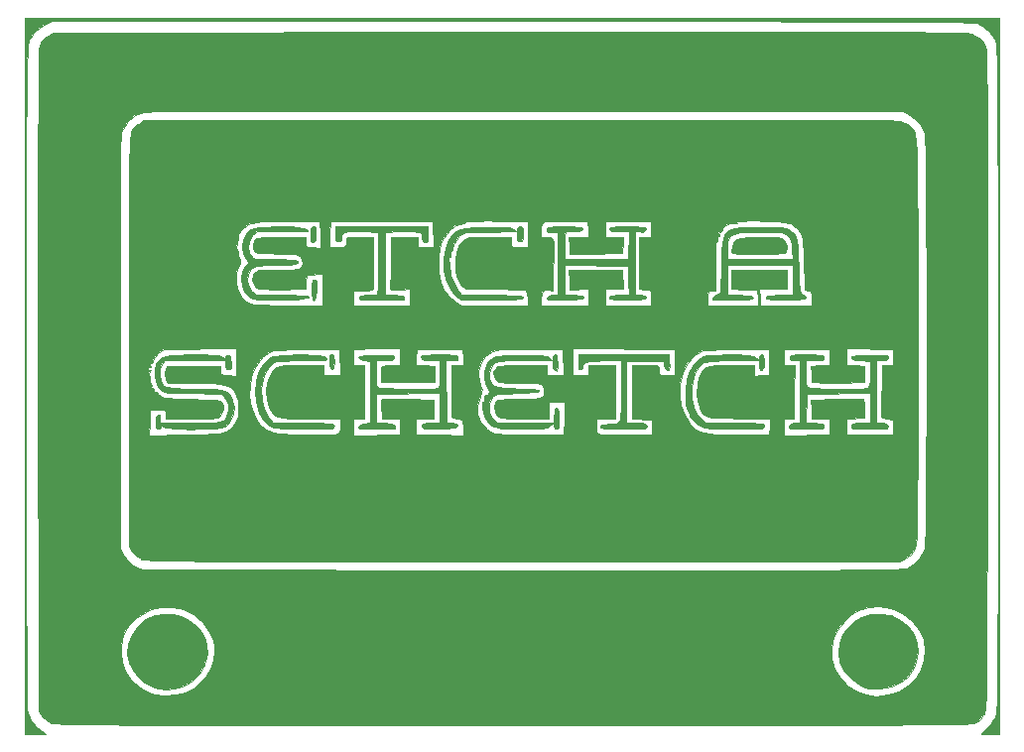
<source format=gbr>
G04 #@! TF.GenerationSoftware,KiCad,Pcbnew,(5.0.0)*
G04 #@! TF.CreationDate,2018-12-10T19:12:12-05:00*
G04 #@! TF.ProjectId,name_tag,6E616D655F7461672E6B696361645F70,rev?*
G04 #@! TF.SameCoordinates,Original*
G04 #@! TF.FileFunction,Legend,Top*
G04 #@! TF.FilePolarity,Positive*
%FSLAX46Y46*%
G04 Gerber Fmt 4.6, Leading zero omitted, Abs format (unit mm)*
G04 Created by KiCad (PCBNEW (5.0.0)) date 12/10/18 19:12:12*
%MOMM*%
%LPD*%
G01*
G04 APERTURE LIST*
%ADD10C,0.010000*%
G04 APERTURE END LIST*
D10*
G04 #@! TO.C,G\002A\002A\002A*
G36*
X63856260Y-19942212D02*
X64356811Y-19955696D01*
X64694419Y-19985220D01*
X64914593Y-20036553D01*
X65062842Y-20115464D01*
X65151000Y-20193000D01*
X65325624Y-20468874D01*
X65407315Y-20801211D01*
X65393807Y-21108094D01*
X65282839Y-21307605D01*
X65182750Y-21341830D01*
X64264423Y-21361390D01*
X63381597Y-21371825D01*
X62569964Y-21373503D01*
X61865216Y-21366792D01*
X61303045Y-21352061D01*
X60919143Y-21329679D01*
X60749201Y-21300013D01*
X60744898Y-21296009D01*
X60723071Y-21111409D01*
X60755062Y-20798527D01*
X60761981Y-20759909D01*
X60842646Y-20461371D01*
X60980241Y-20244452D01*
X61211524Y-20096501D01*
X61573256Y-20004867D01*
X62102195Y-19956900D01*
X62835102Y-19939947D01*
X63147258Y-19939000D01*
X63856260Y-19942212D01*
X63856260Y-19942212D01*
G37*
X63856260Y-19942212D02*
X64356811Y-19955696D01*
X64694419Y-19985220D01*
X64914593Y-20036553D01*
X65062842Y-20115464D01*
X65151000Y-20193000D01*
X65325624Y-20468874D01*
X65407315Y-20801211D01*
X65393807Y-21108094D01*
X65282839Y-21307605D01*
X65182750Y-21341830D01*
X64264423Y-21361390D01*
X63381597Y-21371825D01*
X62569964Y-21373503D01*
X61865216Y-21366792D01*
X61303045Y-21352061D01*
X60919143Y-21329679D01*
X60749201Y-21300013D01*
X60744898Y-21296009D01*
X60723071Y-21111409D01*
X60755062Y-20798527D01*
X60761981Y-20759909D01*
X60842646Y-20461371D01*
X60980241Y-20244452D01*
X61211524Y-20096501D01*
X61573256Y-20004867D01*
X62102195Y-19956900D01*
X62835102Y-19939947D01*
X63147258Y-19939000D01*
X63856260Y-19942212D01*
G36*
X59904155Y-19386035D02*
X59880500Y-19431000D01*
X59760838Y-19552285D01*
X59738509Y-19558000D01*
X59729844Y-19475964D01*
X59753500Y-19431000D01*
X59873161Y-19309714D01*
X59895490Y-19304000D01*
X59904155Y-19386035D01*
X59904155Y-19386035D01*
G37*
X59904155Y-19386035D02*
X59880500Y-19431000D01*
X59760838Y-19552285D01*
X59738509Y-19558000D01*
X59729844Y-19475964D01*
X59753500Y-19431000D01*
X59873161Y-19309714D01*
X59895490Y-19304000D01*
X59904155Y-19386035D01*
G36*
X59647666Y-19727333D02*
X59662866Y-19878052D01*
X59647666Y-19896666D01*
X59572165Y-19879233D01*
X59563000Y-19812000D01*
X59609467Y-19707464D01*
X59647666Y-19727333D01*
X59647666Y-19727333D01*
G37*
X59647666Y-19727333D02*
X59662866Y-19878052D01*
X59647666Y-19896666D01*
X59572165Y-19879233D01*
X59563000Y-19812000D01*
X59609467Y-19707464D01*
X59647666Y-19727333D01*
G36*
X64087654Y-19071590D02*
X64839872Y-19112438D01*
X65404050Y-19215505D01*
X65808586Y-19409419D01*
X66081878Y-19722807D01*
X66252323Y-20184294D01*
X66348319Y-20822508D01*
X66398263Y-21666076D01*
X66421000Y-22392973D01*
X66444666Y-23210927D01*
X66467486Y-23811241D01*
X66494666Y-24230206D01*
X66531415Y-24504110D01*
X66582939Y-24669242D01*
X66654446Y-24761892D01*
X66751143Y-24818349D01*
X66770250Y-24826865D01*
X66989960Y-24981384D01*
X67056000Y-25112615D01*
X66990702Y-25181040D01*
X66775366Y-25228455D01*
X66380832Y-25257590D01*
X65777938Y-25271171D01*
X65341500Y-25273000D01*
X64639026Y-25268981D01*
X64153497Y-25254186D01*
X63847943Y-25224508D01*
X63685397Y-25175838D01*
X63628891Y-25104070D01*
X63627000Y-25082500D01*
X63671542Y-24989562D01*
X63834108Y-24931673D01*
X64158104Y-24901597D01*
X64686938Y-24892100D01*
X64770000Y-24892000D01*
X65913000Y-24892000D01*
X65913000Y-22352000D01*
X60325000Y-22352000D01*
X60325000Y-24892000D01*
X61390912Y-24892000D01*
X61951176Y-24903315D01*
X62300749Y-24941839D01*
X62482124Y-25014443D01*
X62527321Y-25075711D01*
X62519383Y-25151505D01*
X62405057Y-25206480D01*
X62149613Y-25245318D01*
X61718320Y-25272702D01*
X61076447Y-25293315D01*
X60878901Y-25297961D01*
X60245788Y-25308378D01*
X59709760Y-25310042D01*
X59318902Y-25303344D01*
X59121300Y-25288674D01*
X59107492Y-25283583D01*
X59069195Y-25115058D01*
X59279120Y-24931110D01*
X59404250Y-24865790D01*
X59753500Y-24698720D01*
X59817000Y-22391185D01*
X59851627Y-21387376D01*
X59880938Y-21012435D01*
X60325000Y-21012435D01*
X60325000Y-21844000D01*
X65942589Y-21844000D01*
X65889812Y-21015154D01*
X65841100Y-20523325D01*
X65751985Y-20197254D01*
X65592611Y-19948919D01*
X65491343Y-19840404D01*
X65345853Y-19702500D01*
X65201163Y-19607226D01*
X65009735Y-19546738D01*
X64724033Y-19513191D01*
X64296519Y-19498741D01*
X63679656Y-19495542D01*
X63402075Y-19495635D01*
X62561934Y-19499854D01*
X61934720Y-19515234D01*
X61479412Y-19547730D01*
X61154990Y-19603300D01*
X60920433Y-19687899D01*
X60734720Y-19807485D01*
X60630044Y-19898166D01*
X60459844Y-20092382D01*
X60367132Y-20327760D01*
X60329891Y-20684725D01*
X60325000Y-21012435D01*
X59880938Y-21012435D01*
X59912484Y-20608922D01*
X60027989Y-20027190D01*
X60226564Y-19613545D01*
X60536630Y-19339354D01*
X60986606Y-19175981D01*
X61604913Y-19094793D01*
X62419972Y-19067154D01*
X63119000Y-19064336D01*
X64087654Y-19071590D01*
X64087654Y-19071590D01*
G37*
X64087654Y-19071590D02*
X64839872Y-19112438D01*
X65404050Y-19215505D01*
X65808586Y-19409419D01*
X66081878Y-19722807D01*
X66252323Y-20184294D01*
X66348319Y-20822508D01*
X66398263Y-21666076D01*
X66421000Y-22392973D01*
X66444666Y-23210927D01*
X66467486Y-23811241D01*
X66494666Y-24230206D01*
X66531415Y-24504110D01*
X66582939Y-24669242D01*
X66654446Y-24761892D01*
X66751143Y-24818349D01*
X66770250Y-24826865D01*
X66989960Y-24981384D01*
X67056000Y-25112615D01*
X66990702Y-25181040D01*
X66775366Y-25228455D01*
X66380832Y-25257590D01*
X65777938Y-25271171D01*
X65341500Y-25273000D01*
X64639026Y-25268981D01*
X64153497Y-25254186D01*
X63847943Y-25224508D01*
X63685397Y-25175838D01*
X63628891Y-25104070D01*
X63627000Y-25082500D01*
X63671542Y-24989562D01*
X63834108Y-24931673D01*
X64158104Y-24901597D01*
X64686938Y-24892100D01*
X64770000Y-24892000D01*
X65913000Y-24892000D01*
X65913000Y-22352000D01*
X60325000Y-22352000D01*
X60325000Y-24892000D01*
X61390912Y-24892000D01*
X61951176Y-24903315D01*
X62300749Y-24941839D01*
X62482124Y-25014443D01*
X62527321Y-25075711D01*
X62519383Y-25151505D01*
X62405057Y-25206480D01*
X62149613Y-25245318D01*
X61718320Y-25272702D01*
X61076447Y-25293315D01*
X60878901Y-25297961D01*
X60245788Y-25308378D01*
X59709760Y-25310042D01*
X59318902Y-25303344D01*
X59121300Y-25288674D01*
X59107492Y-25283583D01*
X59069195Y-25115058D01*
X59279120Y-24931110D01*
X59404250Y-24865790D01*
X59753500Y-24698720D01*
X59817000Y-22391185D01*
X59851627Y-21387376D01*
X59880938Y-21012435D01*
X60325000Y-21012435D01*
X60325000Y-21844000D01*
X65942589Y-21844000D01*
X65889812Y-21015154D01*
X65841100Y-20523325D01*
X65751985Y-20197254D01*
X65592611Y-19948919D01*
X65491343Y-19840404D01*
X65345853Y-19702500D01*
X65201163Y-19607226D01*
X65009735Y-19546738D01*
X64724033Y-19513191D01*
X64296519Y-19498741D01*
X63679656Y-19495542D01*
X63402075Y-19495635D01*
X62561934Y-19499854D01*
X61934720Y-19515234D01*
X61479412Y-19547730D01*
X61154990Y-19603300D01*
X60920433Y-19687899D01*
X60734720Y-19807485D01*
X60630044Y-19898166D01*
X60459844Y-20092382D01*
X60367132Y-20327760D01*
X60329891Y-20684725D01*
X60325000Y-21012435D01*
X59880938Y-21012435D01*
X59912484Y-20608922D01*
X60027989Y-20027190D01*
X60226564Y-19613545D01*
X60536630Y-19339354D01*
X60986606Y-19175981D01*
X61604913Y-19094793D01*
X62419972Y-19067154D01*
X63119000Y-19064336D01*
X64087654Y-19071590D01*
G36*
X52515719Y-19052439D02*
X52958550Y-19063815D01*
X53226186Y-19090216D01*
X53358021Y-19137728D01*
X53393447Y-19212439D01*
X53381663Y-19285396D01*
X53278559Y-19445401D01*
X53039660Y-19484934D01*
X52885552Y-19472904D01*
X52451000Y-19425017D01*
X52451000Y-24892000D01*
X52955014Y-24892000D01*
X53278668Y-24912453D01*
X53397953Y-24987771D01*
X53385926Y-25082500D01*
X53308414Y-25166129D01*
X53125099Y-25222108D01*
X52795766Y-25255274D01*
X52280201Y-25270467D01*
X51802412Y-25273000D01*
X51148687Y-25268159D01*
X50709834Y-25250359D01*
X50446851Y-25214680D01*
X50320736Y-25156202D01*
X50292000Y-25082500D01*
X50346888Y-24975901D01*
X50543115Y-24916517D01*
X50928022Y-24893485D01*
X51122098Y-24892000D01*
X51952197Y-24892000D01*
X51915848Y-23653750D01*
X51879500Y-22415500D01*
X46482000Y-22346948D01*
X46482000Y-24892000D01*
X47303514Y-24892000D01*
X47752089Y-24902424D01*
X47991455Y-24940874D01*
X48065819Y-25018117D01*
X48054807Y-25074991D01*
X47962795Y-25159893D01*
X47738032Y-25220593D01*
X47343709Y-25262434D01*
X46743016Y-25290759D01*
X46523717Y-25297241D01*
X45942365Y-25308421D01*
X45461203Y-25309277D01*
X45132742Y-25300284D01*
X45010423Y-25283583D01*
X44944875Y-25100060D01*
X45096972Y-24949732D01*
X45430370Y-24868242D01*
X45434250Y-24867916D01*
X45910500Y-24828500D01*
X45910500Y-19494500D01*
X45434250Y-19512216D01*
X45114551Y-19500235D01*
X44978817Y-19411544D01*
X44958000Y-19289966D01*
X44976189Y-19188489D01*
X45058665Y-19120410D01*
X45247284Y-19079141D01*
X45583907Y-19058089D01*
X46110391Y-19050664D01*
X46482000Y-19050000D01*
X47139061Y-19054776D01*
X47581103Y-19072343D01*
X47846984Y-19107558D01*
X47975561Y-19165278D01*
X48006000Y-19240500D01*
X47889368Y-19363264D01*
X47575216Y-19439855D01*
X47117156Y-19462154D01*
X46704250Y-19437641D01*
X46600846Y-19452648D01*
X46535315Y-19553137D01*
X46499280Y-19784124D01*
X46484365Y-20190623D01*
X46482000Y-20632042D01*
X46482000Y-21849051D01*
X49180750Y-21814775D01*
X51879500Y-21780500D01*
X51952774Y-19412634D01*
X51154269Y-19445223D01*
X50705679Y-19452292D01*
X50452636Y-19419163D01*
X50338226Y-19333545D01*
X50314570Y-19263906D01*
X50321034Y-19174654D01*
X50407178Y-19114124D01*
X50612216Y-19076883D01*
X50975364Y-19057496D01*
X51535837Y-19050530D01*
X51858298Y-19050000D01*
X52515719Y-19052439D01*
X52515719Y-19052439D01*
G37*
X52515719Y-19052439D02*
X52958550Y-19063815D01*
X53226186Y-19090216D01*
X53358021Y-19137728D01*
X53393447Y-19212439D01*
X53381663Y-19285396D01*
X53278559Y-19445401D01*
X53039660Y-19484934D01*
X52885552Y-19472904D01*
X52451000Y-19425017D01*
X52451000Y-24892000D01*
X52955014Y-24892000D01*
X53278668Y-24912453D01*
X53397953Y-24987771D01*
X53385926Y-25082500D01*
X53308414Y-25166129D01*
X53125099Y-25222108D01*
X52795766Y-25255274D01*
X52280201Y-25270467D01*
X51802412Y-25273000D01*
X51148687Y-25268159D01*
X50709834Y-25250359D01*
X50446851Y-25214680D01*
X50320736Y-25156202D01*
X50292000Y-25082500D01*
X50346888Y-24975901D01*
X50543115Y-24916517D01*
X50928022Y-24893485D01*
X51122098Y-24892000D01*
X51952197Y-24892000D01*
X51915848Y-23653750D01*
X51879500Y-22415500D01*
X46482000Y-22346948D01*
X46482000Y-24892000D01*
X47303514Y-24892000D01*
X47752089Y-24902424D01*
X47991455Y-24940874D01*
X48065819Y-25018117D01*
X48054807Y-25074991D01*
X47962795Y-25159893D01*
X47738032Y-25220593D01*
X47343709Y-25262434D01*
X46743016Y-25290759D01*
X46523717Y-25297241D01*
X45942365Y-25308421D01*
X45461203Y-25309277D01*
X45132742Y-25300284D01*
X45010423Y-25283583D01*
X44944875Y-25100060D01*
X45096972Y-24949732D01*
X45430370Y-24868242D01*
X45434250Y-24867916D01*
X45910500Y-24828500D01*
X45910500Y-19494500D01*
X45434250Y-19512216D01*
X45114551Y-19500235D01*
X44978817Y-19411544D01*
X44958000Y-19289966D01*
X44976189Y-19188489D01*
X45058665Y-19120410D01*
X45247284Y-19079141D01*
X45583907Y-19058089D01*
X46110391Y-19050664D01*
X46482000Y-19050000D01*
X47139061Y-19054776D01*
X47581103Y-19072343D01*
X47846984Y-19107558D01*
X47975561Y-19165278D01*
X48006000Y-19240500D01*
X47889368Y-19363264D01*
X47575216Y-19439855D01*
X47117156Y-19462154D01*
X46704250Y-19437641D01*
X46600846Y-19452648D01*
X46535315Y-19553137D01*
X46499280Y-19784124D01*
X46484365Y-20190623D01*
X46482000Y-20632042D01*
X46482000Y-21849051D01*
X49180750Y-21814775D01*
X51879500Y-21780500D01*
X51952774Y-19412634D01*
X51154269Y-19445223D01*
X50705679Y-19452292D01*
X50452636Y-19419163D01*
X50338226Y-19333545D01*
X50314570Y-19263906D01*
X50321034Y-19174654D01*
X50407178Y-19114124D01*
X50612216Y-19076883D01*
X50975364Y-19057496D01*
X51535837Y-19050530D01*
X51858298Y-19050000D01*
X52515719Y-19052439D01*
G36*
X42824350Y-19083432D02*
X42900333Y-19225336D01*
X42924913Y-19538125D01*
X42926000Y-19685000D01*
X42912627Y-20065875D01*
X42855865Y-20255832D01*
X42730749Y-20317282D01*
X42672000Y-20320000D01*
X42519649Y-20286567D01*
X42443666Y-20144663D01*
X42419086Y-19831874D01*
X42418000Y-19685000D01*
X42431372Y-19304124D01*
X42488134Y-19114167D01*
X42613250Y-19052717D01*
X42672000Y-19050000D01*
X42824350Y-19083432D01*
X42824350Y-19083432D01*
G37*
X42824350Y-19083432D02*
X42900333Y-19225336D01*
X42924913Y-19538125D01*
X42926000Y-19685000D01*
X42912627Y-20065875D01*
X42855865Y-20255832D01*
X42730749Y-20317282D01*
X42672000Y-20320000D01*
X42519649Y-20286567D01*
X42443666Y-20144663D01*
X42419086Y-19831874D01*
X42418000Y-19685000D01*
X42431372Y-19304124D01*
X42488134Y-19114167D01*
X42613250Y-19052717D01*
X42672000Y-19050000D01*
X42824350Y-19083432D01*
G36*
X41228565Y-19075003D02*
X41682370Y-19110291D01*
X41953475Y-19169909D01*
X41996674Y-19189402D01*
X42216015Y-19331498D01*
X42291035Y-19420710D01*
X42170839Y-19444649D01*
X41837388Y-19465347D01*
X41331416Y-19481444D01*
X40693661Y-19491582D01*
X40078858Y-19494500D01*
X39280028Y-19495578D01*
X38694552Y-19502184D01*
X38281784Y-19519375D01*
X38001077Y-19552207D01*
X37811787Y-19605737D01*
X37673266Y-19685021D01*
X37544870Y-19795117D01*
X37526756Y-19812000D01*
X37200173Y-20180479D01*
X36981260Y-20551942D01*
X36908697Y-20855374D01*
X36921508Y-20923250D01*
X36892858Y-21066431D01*
X36838099Y-21082000D01*
X36751015Y-21188257D01*
X36756075Y-21402087D01*
X36761598Y-21625985D01*
X36675254Y-21636352D01*
X36598957Y-21672109D01*
X36583338Y-21924124D01*
X36608376Y-22248000D01*
X36766841Y-23191483D01*
X37030740Y-23928590D01*
X37342601Y-24411268D01*
X37690682Y-24828500D01*
X40308341Y-24867512D01*
X41205929Y-24883484D01*
X41879130Y-24902681D01*
X42357557Y-24927617D01*
X42670822Y-24960808D01*
X42848537Y-25004767D01*
X42920315Y-25062008D01*
X42926000Y-25089762D01*
X42891048Y-25151935D01*
X42766423Y-25198693D01*
X42522474Y-25232076D01*
X42129546Y-25254120D01*
X41557988Y-25266863D01*
X40778147Y-25272343D01*
X40259365Y-25273000D01*
X37592731Y-25273000D01*
X37091935Y-24820560D01*
X36639611Y-24253197D01*
X36323582Y-23526855D01*
X36151960Y-22701839D01*
X36132854Y-21838451D01*
X36274373Y-20996995D01*
X36497745Y-20402286D01*
X36728037Y-19964170D01*
X36957544Y-19637834D01*
X37227787Y-19405926D01*
X37580292Y-19251089D01*
X38056579Y-19155969D01*
X38698173Y-19103212D01*
X39546595Y-19075462D01*
X39678924Y-19072691D01*
X40568577Y-19062864D01*
X41228565Y-19075003D01*
X41228565Y-19075003D01*
G37*
X41228565Y-19075003D02*
X41682370Y-19110291D01*
X41953475Y-19169909D01*
X41996674Y-19189402D01*
X42216015Y-19331498D01*
X42291035Y-19420710D01*
X42170839Y-19444649D01*
X41837388Y-19465347D01*
X41331416Y-19481444D01*
X40693661Y-19491582D01*
X40078858Y-19494500D01*
X39280028Y-19495578D01*
X38694552Y-19502184D01*
X38281784Y-19519375D01*
X38001077Y-19552207D01*
X37811787Y-19605737D01*
X37673266Y-19685021D01*
X37544870Y-19795117D01*
X37526756Y-19812000D01*
X37200173Y-20180479D01*
X36981260Y-20551942D01*
X36908697Y-20855374D01*
X36921508Y-20923250D01*
X36892858Y-21066431D01*
X36838099Y-21082000D01*
X36751015Y-21188257D01*
X36756075Y-21402087D01*
X36761598Y-21625985D01*
X36675254Y-21636352D01*
X36598957Y-21672109D01*
X36583338Y-21924124D01*
X36608376Y-22248000D01*
X36766841Y-23191483D01*
X37030740Y-23928590D01*
X37342601Y-24411268D01*
X37690682Y-24828500D01*
X40308341Y-24867512D01*
X41205929Y-24883484D01*
X41879130Y-24902681D01*
X42357557Y-24927617D01*
X42670822Y-24960808D01*
X42848537Y-25004767D01*
X42920315Y-25062008D01*
X42926000Y-25089762D01*
X42891048Y-25151935D01*
X42766423Y-25198693D01*
X42522474Y-25232076D01*
X42129546Y-25254120D01*
X41557988Y-25266863D01*
X40778147Y-25272343D01*
X40259365Y-25273000D01*
X37592731Y-25273000D01*
X37091935Y-24820560D01*
X36639611Y-24253197D01*
X36323582Y-23526855D01*
X36151960Y-22701839D01*
X36132854Y-21838451D01*
X36274373Y-20996995D01*
X36497745Y-20402286D01*
X36728037Y-19964170D01*
X36957544Y-19637834D01*
X37227787Y-19405926D01*
X37580292Y-19251089D01*
X38056579Y-19155969D01*
X38698173Y-19103212D01*
X39546595Y-19075462D01*
X39678924Y-19072691D01*
X40568577Y-19062864D01*
X41228565Y-19075003D01*
G36*
X34798000Y-19663833D02*
X34783516Y-20037860D01*
X34746712Y-20295599D01*
X34722083Y-20353582D01*
X34546619Y-20399527D01*
X34382363Y-20259450D01*
X34293203Y-19995809D01*
X34290000Y-19931167D01*
X34250292Y-19671041D01*
X34080183Y-19542443D01*
X33877250Y-19493485D01*
X33561386Y-19463023D01*
X33079149Y-19448034D01*
X32517811Y-19450623D01*
X32321500Y-19455981D01*
X31178500Y-19494500D01*
X31109948Y-24892000D01*
X31937974Y-24892000D01*
X32401815Y-24904650D01*
X32659944Y-24949867D01*
X32759722Y-25038546D01*
X32766000Y-25082500D01*
X32713964Y-25256098D01*
X32670750Y-25280259D01*
X32515760Y-25284496D01*
X32155041Y-25291178D01*
X31636843Y-25299500D01*
X31009415Y-25308657D01*
X30765718Y-25312009D01*
X30052068Y-25319191D01*
X29554142Y-25315378D01*
X29233760Y-25296397D01*
X29052737Y-25258075D01*
X28972891Y-25196241D01*
X28955968Y-25114250D01*
X28999871Y-24981461D01*
X29169941Y-24913447D01*
X29523791Y-24890836D01*
X29622750Y-24890055D01*
X30033455Y-24870389D01*
X30349439Y-24822279D01*
X30450951Y-24785640D01*
X30507846Y-24688543D01*
X30548437Y-24462552D01*
X30573980Y-24080961D01*
X30585733Y-23517069D01*
X30584954Y-22744170D01*
X30577951Y-22088835D01*
X30543500Y-19494500D01*
X29273500Y-19457371D01*
X28551771Y-19442868D01*
X28045978Y-19455172D01*
X27718622Y-19504139D01*
X27532205Y-19599627D01*
X27449230Y-19751491D01*
X27432000Y-19941419D01*
X27391516Y-20219215D01*
X27241219Y-20316370D01*
X27178000Y-20320000D01*
X27025649Y-20286567D01*
X26949666Y-20144663D01*
X26925086Y-19831874D01*
X26924000Y-19685000D01*
X26924000Y-19050000D01*
X34798000Y-19050000D01*
X34798000Y-19663833D01*
X34798000Y-19663833D01*
G37*
X34798000Y-19663833D02*
X34783516Y-20037860D01*
X34746712Y-20295599D01*
X34722083Y-20353582D01*
X34546619Y-20399527D01*
X34382363Y-20259450D01*
X34293203Y-19995809D01*
X34290000Y-19931167D01*
X34250292Y-19671041D01*
X34080183Y-19542443D01*
X33877250Y-19493485D01*
X33561386Y-19463023D01*
X33079149Y-19448034D01*
X32517811Y-19450623D01*
X32321500Y-19455981D01*
X31178500Y-19494500D01*
X31109948Y-24892000D01*
X31937974Y-24892000D01*
X32401815Y-24904650D01*
X32659944Y-24949867D01*
X32759722Y-25038546D01*
X32766000Y-25082500D01*
X32713964Y-25256098D01*
X32670750Y-25280259D01*
X32515760Y-25284496D01*
X32155041Y-25291178D01*
X31636843Y-25299500D01*
X31009415Y-25308657D01*
X30765718Y-25312009D01*
X30052068Y-25319191D01*
X29554142Y-25315378D01*
X29233760Y-25296397D01*
X29052737Y-25258075D01*
X28972891Y-25196241D01*
X28955968Y-25114250D01*
X28999871Y-24981461D01*
X29169941Y-24913447D01*
X29523791Y-24890836D01*
X29622750Y-24890055D01*
X30033455Y-24870389D01*
X30349439Y-24822279D01*
X30450951Y-24785640D01*
X30507846Y-24688543D01*
X30548437Y-24462552D01*
X30573980Y-24080961D01*
X30585733Y-23517069D01*
X30584954Y-22744170D01*
X30577951Y-22088835D01*
X30543500Y-19494500D01*
X29273500Y-19457371D01*
X28551771Y-19442868D01*
X28045978Y-19455172D01*
X27718622Y-19504139D01*
X27532205Y-19599627D01*
X27449230Y-19751491D01*
X27432000Y-19941419D01*
X27391516Y-20219215D01*
X27241219Y-20316370D01*
X27178000Y-20320000D01*
X27025649Y-20286567D01*
X26949666Y-20144663D01*
X26925086Y-19831874D01*
X26924000Y-19685000D01*
X26924000Y-19050000D01*
X34798000Y-19050000D01*
X34798000Y-19663833D01*
G36*
X25177321Y-19076480D02*
X25248066Y-19197574D01*
X25259012Y-19475764D01*
X25247886Y-19706767D01*
X25185257Y-20159730D01*
X25068971Y-20400342D01*
X24909403Y-20411345D01*
X24852312Y-20364979D01*
X24801081Y-20196187D01*
X24769671Y-19866157D01*
X24765000Y-19663833D01*
X24778899Y-19291503D01*
X24838626Y-19108790D01*
X24971223Y-19052006D01*
X25025636Y-19050000D01*
X25177321Y-19076480D01*
X25177321Y-19076480D01*
G37*
X25177321Y-19076480D02*
X25248066Y-19197574D01*
X25259012Y-19475764D01*
X25247886Y-19706767D01*
X25185257Y-20159730D01*
X25068971Y-20400342D01*
X24909403Y-20411345D01*
X24852312Y-20364979D01*
X24801081Y-20196187D01*
X24769671Y-19866157D01*
X24765000Y-19663833D01*
X24778899Y-19291503D01*
X24838626Y-19108790D01*
X24971223Y-19052006D01*
X25025636Y-19050000D01*
X25177321Y-19076480D01*
G36*
X25190166Y-23568384D02*
X25275828Y-23733463D01*
X25303044Y-24131923D01*
X25294049Y-24416884D01*
X25241397Y-24978120D01*
X25156148Y-25290907D01*
X25037039Y-25358859D01*
X24978783Y-25317450D01*
X24932274Y-25150262D01*
X24903728Y-24817641D01*
X24893694Y-24407080D01*
X24902724Y-24006070D01*
X24931366Y-23702103D01*
X24967916Y-23588417D01*
X25139109Y-23554473D01*
X25190166Y-23568384D01*
X25190166Y-23568384D01*
G37*
X25190166Y-23568384D02*
X25275828Y-23733463D01*
X25303044Y-24131923D01*
X25294049Y-24416884D01*
X25241397Y-24978120D01*
X25156148Y-25290907D01*
X25037039Y-25358859D01*
X24978783Y-25317450D01*
X24932274Y-25150262D01*
X24903728Y-24817641D01*
X24893694Y-24407080D01*
X24902724Y-24006070D01*
X24931366Y-23702103D01*
X24967916Y-23588417D01*
X25139109Y-23554473D01*
X25190166Y-23568384D01*
G36*
X23103876Y-19052275D02*
X23701473Y-19091305D01*
X24160688Y-19152297D01*
X24426803Y-19235494D01*
X24440023Y-19244539D01*
X24583358Y-19384754D01*
X24567023Y-19436503D01*
X24405779Y-19437716D01*
X24035198Y-19437584D01*
X23499938Y-19436212D01*
X22844659Y-19433706D01*
X22315766Y-19431217D01*
X20184033Y-19420427D01*
X19807516Y-19796944D01*
X19506631Y-20259661D01*
X19422842Y-20784805D01*
X19560841Y-21301478D01*
X19694217Y-21509372D01*
X19803899Y-21640190D01*
X19921881Y-21731511D01*
X20092453Y-21790433D01*
X20359909Y-21824054D01*
X20768540Y-21839473D01*
X21362639Y-21843787D01*
X21782222Y-21844000D01*
X22447329Y-21851997D01*
X23011901Y-21874051D01*
X23430145Y-21907252D01*
X23656268Y-21948693D01*
X23681561Y-21964627D01*
X23670993Y-22115659D01*
X23425728Y-22228807D01*
X22941111Y-22304947D01*
X22212489Y-22344954D01*
X21620487Y-22352000D01*
X20943585Y-22354776D01*
X20472888Y-22367903D01*
X20160618Y-22398577D01*
X19958998Y-22453997D01*
X19820251Y-22541359D01*
X19723629Y-22637750D01*
X19460356Y-23101524D01*
X19392857Y-23639808D01*
X19519734Y-24166991D01*
X19754342Y-24517097D01*
X20113521Y-24892000D01*
X22454811Y-24892000D01*
X23282710Y-24894185D01*
X23886655Y-24902429D01*
X24296666Y-24919266D01*
X24542766Y-24947231D01*
X24654974Y-24988856D01*
X24663313Y-25046675D01*
X24642837Y-25076671D01*
X24460036Y-25148922D01*
X24074131Y-25209803D01*
X23535812Y-25258123D01*
X22895773Y-25292691D01*
X22204704Y-25312315D01*
X21513296Y-25315802D01*
X20872242Y-25301963D01*
X20332233Y-25269606D01*
X19943961Y-25217539D01*
X19838568Y-25189589D01*
X19420183Y-24975653D01*
X19132977Y-24638068D01*
X18925186Y-24114308D01*
X18912967Y-24071517D01*
X18853172Y-23489782D01*
X18966692Y-22909125D01*
X19231027Y-22430601D01*
X19293491Y-22362508D01*
X19443212Y-22185922D01*
X19433352Y-22035871D01*
X19290904Y-21830036D01*
X19047071Y-21331357D01*
X18971344Y-20753952D01*
X19052628Y-20171597D01*
X19279827Y-19658069D01*
X19641846Y-19287144D01*
X19676555Y-19265690D01*
X19955341Y-19178050D01*
X20424059Y-19110915D01*
X21027990Y-19064527D01*
X21712416Y-19039129D01*
X22422618Y-19034964D01*
X23103876Y-19052275D01*
X23103876Y-19052275D01*
G37*
X23103876Y-19052275D02*
X23701473Y-19091305D01*
X24160688Y-19152297D01*
X24426803Y-19235494D01*
X24440023Y-19244539D01*
X24583358Y-19384754D01*
X24567023Y-19436503D01*
X24405779Y-19437716D01*
X24035198Y-19437584D01*
X23499938Y-19436212D01*
X22844659Y-19433706D01*
X22315766Y-19431217D01*
X20184033Y-19420427D01*
X19807516Y-19796944D01*
X19506631Y-20259661D01*
X19422842Y-20784805D01*
X19560841Y-21301478D01*
X19694217Y-21509372D01*
X19803899Y-21640190D01*
X19921881Y-21731511D01*
X20092453Y-21790433D01*
X20359909Y-21824054D01*
X20768540Y-21839473D01*
X21362639Y-21843787D01*
X21782222Y-21844000D01*
X22447329Y-21851997D01*
X23011901Y-21874051D01*
X23430145Y-21907252D01*
X23656268Y-21948693D01*
X23681561Y-21964627D01*
X23670993Y-22115659D01*
X23425728Y-22228807D01*
X22941111Y-22304947D01*
X22212489Y-22344954D01*
X21620487Y-22352000D01*
X20943585Y-22354776D01*
X20472888Y-22367903D01*
X20160618Y-22398577D01*
X19958998Y-22453997D01*
X19820251Y-22541359D01*
X19723629Y-22637750D01*
X19460356Y-23101524D01*
X19392857Y-23639808D01*
X19519734Y-24166991D01*
X19754342Y-24517097D01*
X20113521Y-24892000D01*
X22454811Y-24892000D01*
X23282710Y-24894185D01*
X23886655Y-24902429D01*
X24296666Y-24919266D01*
X24542766Y-24947231D01*
X24654974Y-24988856D01*
X24663313Y-25046675D01*
X24642837Y-25076671D01*
X24460036Y-25148922D01*
X24074131Y-25209803D01*
X23535812Y-25258123D01*
X22895773Y-25292691D01*
X22204704Y-25312315D01*
X21513296Y-25315802D01*
X20872242Y-25301963D01*
X20332233Y-25269606D01*
X19943961Y-25217539D01*
X19838568Y-25189589D01*
X19420183Y-24975653D01*
X19132977Y-24638068D01*
X18925186Y-24114308D01*
X18912967Y-24071517D01*
X18853172Y-23489782D01*
X18966692Y-22909125D01*
X19231027Y-22430601D01*
X19293491Y-22362508D01*
X19443212Y-22185922D01*
X19433352Y-22035871D01*
X19290904Y-21830036D01*
X19047071Y-21331357D01*
X18971344Y-20753952D01*
X19052628Y-20171597D01*
X19279827Y-19658069D01*
X19641846Y-19287144D01*
X19676555Y-19265690D01*
X19955341Y-19178050D01*
X20424059Y-19110915D01*
X21027990Y-19064527D01*
X21712416Y-19039129D01*
X22422618Y-19034964D01*
X23103876Y-19052275D01*
G36*
X67747018Y-29974693D02*
X68163525Y-29987757D01*
X68411993Y-30018664D01*
X68535394Y-30074888D01*
X68576699Y-30163901D01*
X68580000Y-30226000D01*
X68552196Y-30367864D01*
X68430060Y-30444520D01*
X68155503Y-30475330D01*
X67818000Y-30480000D01*
X67056000Y-30480000D01*
X67056000Y-31609232D01*
X67060109Y-32149255D01*
X67080733Y-32487485D01*
X67130313Y-32676097D01*
X67221293Y-32767266D01*
X67341750Y-32807424D01*
X67581293Y-32835056D01*
X68013956Y-32857043D01*
X68588801Y-32873251D01*
X69254892Y-32883547D01*
X69961291Y-32887796D01*
X70657063Y-32885863D01*
X71291269Y-32877616D01*
X71812975Y-32862918D01*
X72171242Y-32841637D01*
X72304164Y-32820497D01*
X72408840Y-32739681D01*
X72473324Y-32562094D01*
X72506397Y-32238018D01*
X72516842Y-31717736D01*
X72517000Y-31615472D01*
X72517000Y-30492120D01*
X71723250Y-30454310D01*
X71264031Y-30416756D01*
X71014423Y-30350806D01*
X70930524Y-30243832D01*
X70929500Y-30226000D01*
X70970228Y-30143354D01*
X71117700Y-30084717D01*
X71409842Y-30044577D01*
X71884583Y-30017419D01*
X72485250Y-29999841D01*
X73135718Y-29987046D01*
X73574048Y-29987955D01*
X73841981Y-30008533D01*
X73981261Y-30054741D01*
X74033629Y-30132543D01*
X74041000Y-30222091D01*
X73999945Y-30390227D01*
X73832094Y-30464829D01*
X73530423Y-30480000D01*
X73019846Y-30480000D01*
X73088500Y-35750500D01*
X73564750Y-35789916D01*
X73890635Y-35847131D01*
X74025721Y-35970262D01*
X74041000Y-36075666D01*
X74024179Y-36180350D01*
X73945543Y-36250330D01*
X73762825Y-36292536D01*
X73433762Y-36313894D01*
X72916090Y-36321332D01*
X72538166Y-36322000D01*
X71945125Y-36315935D01*
X71448995Y-36299434D01*
X71102584Y-36275035D01*
X70959417Y-36246083D01*
X70929773Y-36076773D01*
X70951838Y-35992083D01*
X71099033Y-35878712D01*
X71449343Y-35822704D01*
X71768587Y-35814000D01*
X72517000Y-35814000D01*
X72517000Y-33268948D01*
X67119500Y-33337500D01*
X67046802Y-35814000D01*
X67813401Y-35814000D01*
X68240550Y-35823158D01*
X68471920Y-35863430D01*
X68565452Y-35954015D01*
X68580000Y-36068000D01*
X68564320Y-36177796D01*
X68488431Y-36250408D01*
X68309055Y-36293475D01*
X67982913Y-36314634D01*
X67466727Y-36321520D01*
X67140666Y-36322000D01*
X66560739Y-36315674D01*
X66078480Y-36298505D01*
X65748001Y-36273202D01*
X65625417Y-36246083D01*
X65573638Y-36070119D01*
X65717868Y-35911986D01*
X66002065Y-35820932D01*
X66117087Y-35814000D01*
X66548000Y-35814000D01*
X66548000Y-30480000D01*
X66262250Y-30464952D01*
X65961238Y-30461424D01*
X65817750Y-30470519D01*
X65690586Y-30382387D01*
X65659000Y-30231567D01*
X65673357Y-30120100D01*
X65745124Y-30046123D01*
X65917339Y-30001988D01*
X66233044Y-29980044D01*
X66735279Y-29972643D01*
X67119500Y-29972000D01*
X67747018Y-29974693D01*
X67747018Y-29974693D01*
G37*
X67747018Y-29974693D02*
X68163525Y-29987757D01*
X68411993Y-30018664D01*
X68535394Y-30074888D01*
X68576699Y-30163901D01*
X68580000Y-30226000D01*
X68552196Y-30367864D01*
X68430060Y-30444520D01*
X68155503Y-30475330D01*
X67818000Y-30480000D01*
X67056000Y-30480000D01*
X67056000Y-31609232D01*
X67060109Y-32149255D01*
X67080733Y-32487485D01*
X67130313Y-32676097D01*
X67221293Y-32767266D01*
X67341750Y-32807424D01*
X67581293Y-32835056D01*
X68013956Y-32857043D01*
X68588801Y-32873251D01*
X69254892Y-32883547D01*
X69961291Y-32887796D01*
X70657063Y-32885863D01*
X71291269Y-32877616D01*
X71812975Y-32862918D01*
X72171242Y-32841637D01*
X72304164Y-32820497D01*
X72408840Y-32739681D01*
X72473324Y-32562094D01*
X72506397Y-32238018D01*
X72516842Y-31717736D01*
X72517000Y-31615472D01*
X72517000Y-30492120D01*
X71723250Y-30454310D01*
X71264031Y-30416756D01*
X71014423Y-30350806D01*
X70930524Y-30243832D01*
X70929500Y-30226000D01*
X70970228Y-30143354D01*
X71117700Y-30084717D01*
X71409842Y-30044577D01*
X71884583Y-30017419D01*
X72485250Y-29999841D01*
X73135718Y-29987046D01*
X73574048Y-29987955D01*
X73841981Y-30008533D01*
X73981261Y-30054741D01*
X74033629Y-30132543D01*
X74041000Y-30222091D01*
X73999945Y-30390227D01*
X73832094Y-30464829D01*
X73530423Y-30480000D01*
X73019846Y-30480000D01*
X73088500Y-35750500D01*
X73564750Y-35789916D01*
X73890635Y-35847131D01*
X74025721Y-35970262D01*
X74041000Y-36075666D01*
X74024179Y-36180350D01*
X73945543Y-36250330D01*
X73762825Y-36292536D01*
X73433762Y-36313894D01*
X72916090Y-36321332D01*
X72538166Y-36322000D01*
X71945125Y-36315935D01*
X71448995Y-36299434D01*
X71102584Y-36275035D01*
X70959417Y-36246083D01*
X70929773Y-36076773D01*
X70951838Y-35992083D01*
X71099033Y-35878712D01*
X71449343Y-35822704D01*
X71768587Y-35814000D01*
X72517000Y-35814000D01*
X72517000Y-33268948D01*
X67119500Y-33337500D01*
X67046802Y-35814000D01*
X67813401Y-35814000D01*
X68240550Y-35823158D01*
X68471920Y-35863430D01*
X68565452Y-35954015D01*
X68580000Y-36068000D01*
X68564320Y-36177796D01*
X68488431Y-36250408D01*
X68309055Y-36293475D01*
X67982913Y-36314634D01*
X67466727Y-36321520D01*
X67140666Y-36322000D01*
X66560739Y-36315674D01*
X66078480Y-36298505D01*
X65748001Y-36273202D01*
X65625417Y-36246083D01*
X65573638Y-36070119D01*
X65717868Y-35911986D01*
X66002065Y-35820932D01*
X66117087Y-35814000D01*
X66548000Y-35814000D01*
X66548000Y-30480000D01*
X66262250Y-30464952D01*
X65961238Y-30461424D01*
X65817750Y-30470519D01*
X65690586Y-30382387D01*
X65659000Y-30231567D01*
X65673357Y-30120100D01*
X65745124Y-30046123D01*
X65917339Y-30001988D01*
X66233044Y-29980044D01*
X66735279Y-29972643D01*
X67119500Y-29972000D01*
X67747018Y-29974693D01*
G36*
X63440609Y-30080159D02*
X63507904Y-30346695D01*
X63513511Y-30684692D01*
X63459556Y-31007233D01*
X63348162Y-31227402D01*
X63277750Y-31270495D01*
X63118409Y-31259883D01*
X63069589Y-31073765D01*
X63071375Y-30967807D01*
X63089630Y-30569034D01*
X63103125Y-30289500D01*
X63182628Y-30037788D01*
X63309500Y-29972000D01*
X63440609Y-30080159D01*
X63440609Y-30080159D01*
G37*
X63440609Y-30080159D02*
X63507904Y-30346695D01*
X63513511Y-30684692D01*
X63459556Y-31007233D01*
X63348162Y-31227402D01*
X63277750Y-31270495D01*
X63118409Y-31259883D01*
X63069589Y-31073765D01*
X63071375Y-30967807D01*
X63089630Y-30569034D01*
X63103125Y-30289500D01*
X63182628Y-30037788D01*
X63309500Y-29972000D01*
X63440609Y-30080159D01*
G36*
X61296463Y-29979309D02*
X61828589Y-29993622D01*
X62197035Y-30022958D01*
X62446940Y-30072512D01*
X62623442Y-30147478D01*
X62738000Y-30226000D01*
X63055500Y-30474352D01*
X60858443Y-30477176D01*
X59962054Y-30484622D01*
X59288126Y-30505830D01*
X58805385Y-30543023D01*
X58482554Y-30598430D01*
X58317076Y-30658049D01*
X57907128Y-31004741D01*
X57586951Y-31552655D01*
X57376680Y-32258742D01*
X57305940Y-32819739D01*
X57309953Y-33707341D01*
X57456447Y-34421591D01*
X57758571Y-35007743D01*
X58036263Y-35333145D01*
X58517117Y-35814000D01*
X61008558Y-35814000D01*
X61861956Y-35815033D01*
X62494399Y-35820380D01*
X62938933Y-35833408D01*
X63228603Y-35857487D01*
X63396452Y-35895986D01*
X63475524Y-35952273D01*
X63498866Y-36029717D01*
X63500000Y-36068000D01*
X63489875Y-36155680D01*
X63437261Y-36220298D01*
X63308798Y-36265209D01*
X63071127Y-36293769D01*
X62690888Y-36309335D01*
X62134723Y-36315262D01*
X61369271Y-36314906D01*
X61055250Y-36313949D01*
X60273198Y-36305271D01*
X59562186Y-36285949D01*
X58967645Y-36258122D01*
X58535005Y-36223932D01*
X58309698Y-36185520D01*
X58306911Y-36184443D01*
X58058525Y-36046254D01*
X57751874Y-35826369D01*
X57454905Y-35580844D01*
X57235564Y-35365736D01*
X57161227Y-35239243D01*
X57132210Y-35080762D01*
X57048055Y-34824302D01*
X56918625Y-34472365D01*
X56830287Y-34226500D01*
X56787877Y-33973200D01*
X56764202Y-33558262D01*
X56764043Y-33095530D01*
X56871064Y-32153128D01*
X57129137Y-31346018D01*
X57523455Y-30702399D01*
X58039215Y-30250470D01*
X58333017Y-30107079D01*
X58585984Y-30058819D01*
X59036478Y-30018589D01*
X59628071Y-29989745D01*
X60304334Y-29975646D01*
X60555517Y-29974823D01*
X61296463Y-29979309D01*
X61296463Y-29979309D01*
G37*
X61296463Y-29979309D02*
X61828589Y-29993622D01*
X62197035Y-30022958D01*
X62446940Y-30072512D01*
X62623442Y-30147478D01*
X62738000Y-30226000D01*
X63055500Y-30474352D01*
X60858443Y-30477176D01*
X59962054Y-30484622D01*
X59288126Y-30505830D01*
X58805385Y-30543023D01*
X58482554Y-30598430D01*
X58317076Y-30658049D01*
X57907128Y-31004741D01*
X57586951Y-31552655D01*
X57376680Y-32258742D01*
X57305940Y-32819739D01*
X57309953Y-33707341D01*
X57456447Y-34421591D01*
X57758571Y-35007743D01*
X58036263Y-35333145D01*
X58517117Y-35814000D01*
X61008558Y-35814000D01*
X61861956Y-35815033D01*
X62494399Y-35820380D01*
X62938933Y-35833408D01*
X63228603Y-35857487D01*
X63396452Y-35895986D01*
X63475524Y-35952273D01*
X63498866Y-36029717D01*
X63500000Y-36068000D01*
X63489875Y-36155680D01*
X63437261Y-36220298D01*
X63308798Y-36265209D01*
X63071127Y-36293769D01*
X62690888Y-36309335D01*
X62134723Y-36315262D01*
X61369271Y-36314906D01*
X61055250Y-36313949D01*
X60273198Y-36305271D01*
X59562186Y-36285949D01*
X58967645Y-36258122D01*
X58535005Y-36223932D01*
X58309698Y-36185520D01*
X58306911Y-36184443D01*
X58058525Y-36046254D01*
X57751874Y-35826369D01*
X57454905Y-35580844D01*
X57235564Y-35365736D01*
X57161227Y-35239243D01*
X57132210Y-35080762D01*
X57048055Y-34824302D01*
X56918625Y-34472365D01*
X56830287Y-34226500D01*
X56787877Y-33973200D01*
X56764202Y-33558262D01*
X56764043Y-33095530D01*
X56871064Y-32153128D01*
X57129137Y-31346018D01*
X57523455Y-30702399D01*
X58039215Y-30250470D01*
X58333017Y-30107079D01*
X58585984Y-30058819D01*
X59036478Y-30018589D01*
X59628071Y-29989745D01*
X60304334Y-29975646D01*
X60555517Y-29974823D01*
X61296463Y-29979309D01*
G36*
X55391492Y-30619160D02*
X55404091Y-30994831D01*
X55388242Y-31248898D01*
X55365936Y-31309281D01*
X55196322Y-31292927D01*
X55042270Y-31096677D01*
X54972053Y-30861000D01*
X54927500Y-30543500D01*
X51752500Y-30543500D01*
X51716688Y-33178750D01*
X51680877Y-35814000D01*
X52573938Y-35814000D01*
X53042420Y-35820792D01*
X53311242Y-35851446D01*
X53434603Y-35921377D01*
X53466703Y-36046000D01*
X53467000Y-36068000D01*
X53454835Y-36164268D01*
X53393591Y-36232554D01*
X53246139Y-36277647D01*
X52975353Y-36304339D01*
X52544105Y-36317420D01*
X51915268Y-36321680D01*
X51498500Y-36322000D01*
X50739005Y-36318701D01*
X50198658Y-36306559D01*
X49842661Y-36282208D01*
X49636222Y-36242280D01*
X49544544Y-36183408D01*
X49530000Y-36131500D01*
X49616385Y-35955033D01*
X49688750Y-35928055D01*
X49910081Y-35914239D01*
X50264849Y-35895840D01*
X50374571Y-35890628D01*
X50676285Y-35871509D01*
X50904777Y-35824921D01*
X51070224Y-35719396D01*
X51182804Y-35523465D01*
X51252692Y-35205661D01*
X51290068Y-34734516D01*
X51305107Y-34078562D01*
X51307987Y-33206330D01*
X51308000Y-33004449D01*
X51308000Y-30480000D01*
X49809400Y-30480000D01*
X49090159Y-30489294D01*
X48587727Y-30524424D01*
X48265355Y-30596258D01*
X48086292Y-30715667D01*
X48013789Y-30893520D01*
X48006000Y-31013399D01*
X47919098Y-31204991D01*
X47815500Y-31242000D01*
X47695701Y-31174020D01*
X47637190Y-30938659D01*
X47625000Y-30607000D01*
X47625000Y-29972000D01*
X55347485Y-29972000D01*
X55391492Y-30619160D01*
X55391492Y-30619160D01*
G37*
X55391492Y-30619160D02*
X55404091Y-30994831D01*
X55388242Y-31248898D01*
X55365936Y-31309281D01*
X55196322Y-31292927D01*
X55042270Y-31096677D01*
X54972053Y-30861000D01*
X54927500Y-30543500D01*
X51752500Y-30543500D01*
X51716688Y-33178750D01*
X51680877Y-35814000D01*
X52573938Y-35814000D01*
X53042420Y-35820792D01*
X53311242Y-35851446D01*
X53434603Y-35921377D01*
X53466703Y-36046000D01*
X53467000Y-36068000D01*
X53454835Y-36164268D01*
X53393591Y-36232554D01*
X53246139Y-36277647D01*
X52975353Y-36304339D01*
X52544105Y-36317420D01*
X51915268Y-36321680D01*
X51498500Y-36322000D01*
X50739005Y-36318701D01*
X50198658Y-36306559D01*
X49842661Y-36282208D01*
X49636222Y-36242280D01*
X49544544Y-36183408D01*
X49530000Y-36131500D01*
X49616385Y-35955033D01*
X49688750Y-35928055D01*
X49910081Y-35914239D01*
X50264849Y-35895840D01*
X50374571Y-35890628D01*
X50676285Y-35871509D01*
X50904777Y-35824921D01*
X51070224Y-35719396D01*
X51182804Y-35523465D01*
X51252692Y-35205661D01*
X51290068Y-34734516D01*
X51305107Y-34078562D01*
X51307987Y-33206330D01*
X51308000Y-33004449D01*
X51308000Y-30480000D01*
X49809400Y-30480000D01*
X49090159Y-30489294D01*
X48587727Y-30524424D01*
X48265355Y-30596258D01*
X48086292Y-30715667D01*
X48013789Y-30893520D01*
X48006000Y-31013399D01*
X47919098Y-31204991D01*
X47815500Y-31242000D01*
X47695701Y-31174020D01*
X47637190Y-30938659D01*
X47625000Y-30607000D01*
X47625000Y-29972000D01*
X55347485Y-29972000D01*
X55391492Y-30619160D01*
G36*
X45771382Y-30034709D02*
X45830529Y-30254754D01*
X45847000Y-30670500D01*
X45841790Y-31051216D01*
X45828350Y-31301149D01*
X45815250Y-31360073D01*
X45688841Y-31307572D01*
X45593000Y-31264823D01*
X45452907Y-31085256D01*
X45418201Y-30861000D01*
X45437731Y-30482396D01*
X45449951Y-30257750D01*
X45535253Y-30030558D01*
X45656500Y-29972000D01*
X45771382Y-30034709D01*
X45771382Y-30034709D01*
G37*
X45771382Y-30034709D02*
X45830529Y-30254754D01*
X45847000Y-30670500D01*
X45841790Y-31051216D01*
X45828350Y-31301149D01*
X45815250Y-31360073D01*
X45688841Y-31307572D01*
X45593000Y-31264823D01*
X45452907Y-31085256D01*
X45418201Y-30861000D01*
X45437731Y-30482396D01*
X45449951Y-30257750D01*
X45535253Y-30030558D01*
X45656500Y-29972000D01*
X45771382Y-30034709D01*
G36*
X45783500Y-34498073D02*
X45891640Y-34609867D01*
X45951860Y-34872429D01*
X45973485Y-35332185D01*
X45974000Y-35446587D01*
X45965234Y-35914076D01*
X45930022Y-36180590D01*
X45854988Y-36298816D01*
X45751750Y-36322075D01*
X45603805Y-36267843D01*
X45550021Y-36063789D01*
X45552063Y-35845825D01*
X45570798Y-35367684D01*
X45583813Y-34897235D01*
X45613341Y-34587423D01*
X45700559Y-34483391D01*
X45783500Y-34498073D01*
X45783500Y-34498073D01*
G37*
X45783500Y-34498073D02*
X45891640Y-34609867D01*
X45951860Y-34872429D01*
X45973485Y-35332185D01*
X45974000Y-35446587D01*
X45965234Y-35914076D01*
X45930022Y-36180590D01*
X45854988Y-36298816D01*
X45751750Y-36322075D01*
X45603805Y-36267843D01*
X45550021Y-36063789D01*
X45552063Y-35845825D01*
X45570798Y-35367684D01*
X45583813Y-34897235D01*
X45613341Y-34587423D01*
X45700559Y-34483391D01*
X45783500Y-34498073D01*
G36*
X43610832Y-29983423D02*
X44149757Y-29994937D01*
X44523813Y-30021422D01*
X44777540Y-30067770D01*
X44955476Y-30138868D01*
X45085000Y-30226000D01*
X45402500Y-30474352D01*
X43026197Y-30477176D01*
X42192044Y-30479517D01*
X41574147Y-30486939D01*
X41134764Y-30503442D01*
X40836154Y-30533028D01*
X40640575Y-30579697D01*
X40510286Y-30647451D01*
X40407544Y-30740291D01*
X40392399Y-30756388D01*
X40101444Y-31181768D01*
X40024381Y-31648235D01*
X40058921Y-31934105D01*
X40140189Y-32253016D01*
X40271229Y-32487117D01*
X40488895Y-32650537D01*
X40830038Y-32757408D01*
X41331513Y-32821858D01*
X42030171Y-32858016D01*
X42501847Y-32870740D01*
X43273539Y-32894531D01*
X43812987Y-32927233D01*
X44141858Y-32971158D01*
X44281823Y-33028616D01*
X44288419Y-33061240D01*
X44148755Y-33132260D01*
X43776206Y-33191224D01*
X43163638Y-33238923D01*
X42368371Y-33274000D01*
X41641703Y-33300442D01*
X41125560Y-33327517D01*
X40776567Y-33363042D01*
X40551351Y-33414833D01*
X40406537Y-33490707D01*
X40298752Y-33598480D01*
X40254195Y-33655000D01*
X40062895Y-34077963D01*
X40007823Y-34522019D01*
X40050286Y-34948479D01*
X40220389Y-35271171D01*
X40376230Y-35442769D01*
X40747461Y-35814000D01*
X43138480Y-35816823D01*
X45529500Y-35819647D01*
X45212000Y-36068000D01*
X45068402Y-36162283D01*
X44888714Y-36229514D01*
X44630282Y-36274246D01*
X44250454Y-36301037D01*
X43706579Y-36314442D01*
X42956003Y-36319018D01*
X42860518Y-36319176D01*
X42067481Y-36316479D01*
X41483225Y-36303017D01*
X41062615Y-36274526D01*
X40760517Y-36226747D01*
X40531794Y-36155419D01*
X40384018Y-36085386D01*
X40028545Y-35828693D01*
X39746955Y-35515351D01*
X39724692Y-35479722D01*
X39615231Y-35216085D01*
X39525170Y-34866713D01*
X39464055Y-34501653D01*
X39441435Y-34190954D01*
X39466854Y-34004661D01*
X39521325Y-33987533D01*
X39605249Y-33937740D01*
X39646938Y-33729547D01*
X39628456Y-33464500D01*
X39664894Y-33406096D01*
X39696109Y-33430775D01*
X39832929Y-33421011D01*
X39941922Y-33315444D01*
X40014605Y-33135201D01*
X39960558Y-32899398D01*
X39810644Y-32607171D01*
X39606267Y-32040304D01*
X39588828Y-31449979D01*
X39740731Y-30897518D01*
X40044378Y-30444241D01*
X40482169Y-30151471D01*
X40519271Y-30137918D01*
X40832971Y-30076212D01*
X41354674Y-30027635D01*
X42038581Y-29995233D01*
X42838896Y-29982054D01*
X42862500Y-29981992D01*
X43610832Y-29983423D01*
X43610832Y-29983423D01*
G37*
X43610832Y-29983423D02*
X44149757Y-29994937D01*
X44523813Y-30021422D01*
X44777540Y-30067770D01*
X44955476Y-30138868D01*
X45085000Y-30226000D01*
X45402500Y-30474352D01*
X43026197Y-30477176D01*
X42192044Y-30479517D01*
X41574147Y-30486939D01*
X41134764Y-30503442D01*
X40836154Y-30533028D01*
X40640575Y-30579697D01*
X40510286Y-30647451D01*
X40407544Y-30740291D01*
X40392399Y-30756388D01*
X40101444Y-31181768D01*
X40024381Y-31648235D01*
X40058921Y-31934105D01*
X40140189Y-32253016D01*
X40271229Y-32487117D01*
X40488895Y-32650537D01*
X40830038Y-32757408D01*
X41331513Y-32821858D01*
X42030171Y-32858016D01*
X42501847Y-32870740D01*
X43273539Y-32894531D01*
X43812987Y-32927233D01*
X44141858Y-32971158D01*
X44281823Y-33028616D01*
X44288419Y-33061240D01*
X44148755Y-33132260D01*
X43776206Y-33191224D01*
X43163638Y-33238923D01*
X42368371Y-33274000D01*
X41641703Y-33300442D01*
X41125560Y-33327517D01*
X40776567Y-33363042D01*
X40551351Y-33414833D01*
X40406537Y-33490707D01*
X40298752Y-33598480D01*
X40254195Y-33655000D01*
X40062895Y-34077963D01*
X40007823Y-34522019D01*
X40050286Y-34948479D01*
X40220389Y-35271171D01*
X40376230Y-35442769D01*
X40747461Y-35814000D01*
X43138480Y-35816823D01*
X45529500Y-35819647D01*
X45212000Y-36068000D01*
X45068402Y-36162283D01*
X44888714Y-36229514D01*
X44630282Y-36274246D01*
X44250454Y-36301037D01*
X43706579Y-36314442D01*
X42956003Y-36319018D01*
X42860518Y-36319176D01*
X42067481Y-36316479D01*
X41483225Y-36303017D01*
X41062615Y-36274526D01*
X40760517Y-36226747D01*
X40531794Y-36155419D01*
X40384018Y-36085386D01*
X40028545Y-35828693D01*
X39746955Y-35515351D01*
X39724692Y-35479722D01*
X39615231Y-35216085D01*
X39525170Y-34866713D01*
X39464055Y-34501653D01*
X39441435Y-34190954D01*
X39466854Y-34004661D01*
X39521325Y-33987533D01*
X39605249Y-33937740D01*
X39646938Y-33729547D01*
X39628456Y-33464500D01*
X39664894Y-33406096D01*
X39696109Y-33430775D01*
X39832929Y-33421011D01*
X39941922Y-33315444D01*
X40014605Y-33135201D01*
X39960558Y-32899398D01*
X39810644Y-32607171D01*
X39606267Y-32040304D01*
X39588828Y-31449979D01*
X39740731Y-30897518D01*
X40044378Y-30444241D01*
X40482169Y-30151471D01*
X40519271Y-30137918D01*
X40832971Y-30076212D01*
X41354674Y-30027635D01*
X42038581Y-29995233D01*
X42838896Y-29982054D01*
X42862500Y-29981992D01*
X43610832Y-29983423D01*
G36*
X36473257Y-29974556D02*
X36899741Y-29987001D01*
X37156999Y-30016496D01*
X37287408Y-30070206D01*
X37333349Y-30155291D01*
X37338000Y-30226000D01*
X37298482Y-30425416D01*
X37242750Y-30464960D01*
X37059952Y-30458760D01*
X36748245Y-30464392D01*
X36732173Y-30464960D01*
X36316846Y-30480000D01*
X36385500Y-35750500D01*
X36869496Y-35790378D01*
X37192130Y-35843999D01*
X37313171Y-35951842D01*
X37312462Y-36044378D01*
X37262700Y-36137831D01*
X37127565Y-36202669D01*
X36865023Y-36245749D01*
X36433040Y-36273929D01*
X35789580Y-36294067D01*
X35780716Y-36294280D01*
X35146320Y-36307225D01*
X34723164Y-36305616D01*
X34468623Y-36283098D01*
X34340067Y-36233316D01*
X34294870Y-36149915D01*
X34290000Y-36072030D01*
X34316760Y-35928048D01*
X34435897Y-35850250D01*
X34705693Y-35818903D01*
X35052000Y-35814000D01*
X35814000Y-35814000D01*
X35814000Y-33268948D01*
X30416500Y-33337500D01*
X30343802Y-35814000D01*
X31096813Y-35814000D01*
X31587854Y-35843307D01*
X31872329Y-35945318D01*
X31992383Y-36141164D01*
X32004000Y-36268887D01*
X31884994Y-36288953D01*
X31559945Y-36305547D01*
X31076801Y-36317074D01*
X30483511Y-36321939D01*
X30407187Y-36322000D01*
X29744904Y-36319111D01*
X29297195Y-36306691D01*
X29024664Y-36279108D01*
X28887917Y-36230731D01*
X28847556Y-36155926D01*
X28852494Y-36099750D01*
X28987813Y-35926142D01*
X29331099Y-35841606D01*
X29369806Y-35838083D01*
X29845000Y-35798667D01*
X29845000Y-30495332D01*
X29368750Y-30455916D01*
X29012681Y-30380353D01*
X28892550Y-30230009D01*
X28892500Y-30226000D01*
X28934177Y-30141781D01*
X29084903Y-30082452D01*
X29383212Y-30042168D01*
X29867642Y-30015086D01*
X30384750Y-29999719D01*
X31019528Y-29986777D01*
X31443044Y-29988367D01*
X31697904Y-30010835D01*
X31826713Y-30060528D01*
X31872076Y-30143789D01*
X31877000Y-30221969D01*
X31850239Y-30365951D01*
X31731102Y-30443749D01*
X31461306Y-30475096D01*
X31115000Y-30480000D01*
X30353000Y-30480000D01*
X30353000Y-31534099D01*
X30372171Y-32122822D01*
X30426174Y-32540240D01*
X30505400Y-32740599D01*
X30671690Y-32785174D01*
X31043390Y-32823602D01*
X31571967Y-32855168D01*
X32208887Y-32879158D01*
X32905619Y-32894854D01*
X33613630Y-32901542D01*
X34284387Y-32898507D01*
X34869357Y-32885031D01*
X35320009Y-32860401D01*
X35587808Y-32823899D01*
X35613112Y-32815912D01*
X35712699Y-32729957D01*
X35774105Y-32533543D01*
X35805236Y-32179191D01*
X35813998Y-31619423D01*
X35814000Y-31609412D01*
X35814000Y-30480000D01*
X35065587Y-30480000D01*
X34579667Y-30455326D01*
X34314266Y-30377085D01*
X34248838Y-30301916D01*
X34230316Y-30098493D01*
X34256417Y-30047916D01*
X34406124Y-30018264D01*
X34757008Y-29994036D01*
X35256265Y-29977769D01*
X35835166Y-29972000D01*
X36473257Y-29974556D01*
X36473257Y-29974556D01*
G37*
X36473257Y-29974556D02*
X36899741Y-29987001D01*
X37156999Y-30016496D01*
X37287408Y-30070206D01*
X37333349Y-30155291D01*
X37338000Y-30226000D01*
X37298482Y-30425416D01*
X37242750Y-30464960D01*
X37059952Y-30458760D01*
X36748245Y-30464392D01*
X36732173Y-30464960D01*
X36316846Y-30480000D01*
X36385500Y-35750500D01*
X36869496Y-35790378D01*
X37192130Y-35843999D01*
X37313171Y-35951842D01*
X37312462Y-36044378D01*
X37262700Y-36137831D01*
X37127565Y-36202669D01*
X36865023Y-36245749D01*
X36433040Y-36273929D01*
X35789580Y-36294067D01*
X35780716Y-36294280D01*
X35146320Y-36307225D01*
X34723164Y-36305616D01*
X34468623Y-36283098D01*
X34340067Y-36233316D01*
X34294870Y-36149915D01*
X34290000Y-36072030D01*
X34316760Y-35928048D01*
X34435897Y-35850250D01*
X34705693Y-35818903D01*
X35052000Y-35814000D01*
X35814000Y-35814000D01*
X35814000Y-33268948D01*
X30416500Y-33337500D01*
X30343802Y-35814000D01*
X31096813Y-35814000D01*
X31587854Y-35843307D01*
X31872329Y-35945318D01*
X31992383Y-36141164D01*
X32004000Y-36268887D01*
X31884994Y-36288953D01*
X31559945Y-36305547D01*
X31076801Y-36317074D01*
X30483511Y-36321939D01*
X30407187Y-36322000D01*
X29744904Y-36319111D01*
X29297195Y-36306691D01*
X29024664Y-36279108D01*
X28887917Y-36230731D01*
X28847556Y-36155926D01*
X28852494Y-36099750D01*
X28987813Y-35926142D01*
X29331099Y-35841606D01*
X29369806Y-35838083D01*
X29845000Y-35798667D01*
X29845000Y-30495332D01*
X29368750Y-30455916D01*
X29012681Y-30380353D01*
X28892550Y-30230009D01*
X28892500Y-30226000D01*
X28934177Y-30141781D01*
X29084903Y-30082452D01*
X29383212Y-30042168D01*
X29867642Y-30015086D01*
X30384750Y-29999719D01*
X31019528Y-29986777D01*
X31443044Y-29988367D01*
X31697904Y-30010835D01*
X31826713Y-30060528D01*
X31872076Y-30143789D01*
X31877000Y-30221969D01*
X31850239Y-30365951D01*
X31731102Y-30443749D01*
X31461306Y-30475096D01*
X31115000Y-30480000D01*
X30353000Y-30480000D01*
X30353000Y-31534099D01*
X30372171Y-32122822D01*
X30426174Y-32540240D01*
X30505400Y-32740599D01*
X30671690Y-32785174D01*
X31043390Y-32823602D01*
X31571967Y-32855168D01*
X32208887Y-32879158D01*
X32905619Y-32894854D01*
X33613630Y-32901542D01*
X34284387Y-32898507D01*
X34869357Y-32885031D01*
X35320009Y-32860401D01*
X35587808Y-32823899D01*
X35613112Y-32815912D01*
X35712699Y-32729957D01*
X35774105Y-32533543D01*
X35805236Y-32179191D01*
X35813998Y-31619423D01*
X35814000Y-31609412D01*
X35814000Y-30480000D01*
X35065587Y-30480000D01*
X34579667Y-30455326D01*
X34314266Y-30377085D01*
X34248838Y-30301916D01*
X34230316Y-30098493D01*
X34256417Y-30047916D01*
X34406124Y-30018264D01*
X34757008Y-29994036D01*
X35256265Y-29977769D01*
X35835166Y-29972000D01*
X36473257Y-29974556D01*
G36*
X26710011Y-30017554D02*
X26777239Y-30193258D01*
X26796868Y-30557423D01*
X26797000Y-30607000D01*
X26773786Y-31015786D01*
X26697186Y-31211427D01*
X26618757Y-31242000D01*
X26492570Y-31137988D01*
X26415665Y-30812197D01*
X26396507Y-30606921D01*
X26383380Y-30224886D01*
X26424241Y-30033873D01*
X26536005Y-29973620D01*
X26574750Y-29971921D01*
X26710011Y-30017554D01*
X26710011Y-30017554D01*
G37*
X26710011Y-30017554D02*
X26777239Y-30193258D01*
X26796868Y-30557423D01*
X26797000Y-30607000D01*
X26773786Y-31015786D01*
X26697186Y-31211427D01*
X26618757Y-31242000D01*
X26492570Y-31137988D01*
X26415665Y-30812197D01*
X26396507Y-30606921D01*
X26383380Y-30224886D01*
X26424241Y-30033873D01*
X26536005Y-29973620D01*
X26574750Y-29971921D01*
X26710011Y-30017554D01*
G36*
X24283926Y-29971159D02*
X24914081Y-29993727D01*
X25441063Y-30035460D01*
X25808898Y-30096333D01*
X25939750Y-30148789D01*
X26117321Y-30316118D01*
X26162000Y-30398750D01*
X26041960Y-30425717D01*
X25709665Y-30448898D01*
X25206849Y-30466686D01*
X24575248Y-30477472D01*
X24054345Y-30480000D01*
X23243044Y-30483812D01*
X22643511Y-30497759D01*
X22213594Y-30525606D01*
X21911141Y-30571116D01*
X21693999Y-30638055D01*
X21565758Y-30702250D01*
X21129055Y-31101937D01*
X20816046Y-31711476D01*
X20633788Y-32515082D01*
X20600758Y-32860679D01*
X20613631Y-33821361D01*
X20793963Y-34610175D01*
X21147708Y-35251293D01*
X21208320Y-35326943D01*
X21561682Y-35750500D01*
X24179341Y-35789512D01*
X25057579Y-35803732D01*
X25714000Y-35818928D01*
X26180777Y-35838612D01*
X26490079Y-35866296D01*
X26674078Y-35905492D01*
X26764945Y-35959711D01*
X26794851Y-36032467D01*
X26797000Y-36075262D01*
X26785291Y-36161426D01*
X26727663Y-36224549D01*
X26590366Y-36267965D01*
X26339647Y-36295010D01*
X25941756Y-36309018D01*
X25362942Y-36313325D01*
X24569453Y-36311265D01*
X24415750Y-36310546D01*
X23636470Y-36301036D01*
X22921398Y-36281588D01*
X22318700Y-36254349D01*
X21876545Y-36221465D01*
X21650318Y-36187317D01*
X21185739Y-35937547D01*
X20750799Y-35498815D01*
X20401338Y-34934804D01*
X20273084Y-34616626D01*
X20127024Y-33940867D01*
X20072211Y-33145212D01*
X20111559Y-32347909D01*
X20204217Y-31821565D01*
X20441766Y-31243629D01*
X20822793Y-30706377D01*
X21280934Y-30292730D01*
X21544672Y-30146722D01*
X21851072Y-30073068D01*
X22334172Y-30018711D01*
X22937997Y-29983625D01*
X23606573Y-29967783D01*
X24283926Y-29971159D01*
X24283926Y-29971159D01*
G37*
X24283926Y-29971159D02*
X24914081Y-29993727D01*
X25441063Y-30035460D01*
X25808898Y-30096333D01*
X25939750Y-30148789D01*
X26117321Y-30316118D01*
X26162000Y-30398750D01*
X26041960Y-30425717D01*
X25709665Y-30448898D01*
X25206849Y-30466686D01*
X24575248Y-30477472D01*
X24054345Y-30480000D01*
X23243044Y-30483812D01*
X22643511Y-30497759D01*
X22213594Y-30525606D01*
X21911141Y-30571116D01*
X21693999Y-30638055D01*
X21565758Y-30702250D01*
X21129055Y-31101937D01*
X20816046Y-31711476D01*
X20633788Y-32515082D01*
X20600758Y-32860679D01*
X20613631Y-33821361D01*
X20793963Y-34610175D01*
X21147708Y-35251293D01*
X21208320Y-35326943D01*
X21561682Y-35750500D01*
X24179341Y-35789512D01*
X25057579Y-35803732D01*
X25714000Y-35818928D01*
X26180777Y-35838612D01*
X26490079Y-35866296D01*
X26674078Y-35905492D01*
X26764945Y-35959711D01*
X26794851Y-36032467D01*
X26797000Y-36075262D01*
X26785291Y-36161426D01*
X26727663Y-36224549D01*
X26590366Y-36267965D01*
X26339647Y-36295010D01*
X25941756Y-36309018D01*
X25362942Y-36313325D01*
X24569453Y-36311265D01*
X24415750Y-36310546D01*
X23636470Y-36301036D01*
X22921398Y-36281588D01*
X22318700Y-36254349D01*
X21876545Y-36221465D01*
X21650318Y-36187317D01*
X21185739Y-35937547D01*
X20750799Y-35498815D01*
X20401338Y-34934804D01*
X20273084Y-34616626D01*
X20127024Y-33940867D01*
X20072211Y-33145212D01*
X20111559Y-32347909D01*
X20204217Y-31821565D01*
X20441766Y-31243629D01*
X20822793Y-30706377D01*
X21280934Y-30292730D01*
X21544672Y-30146722D01*
X21851072Y-30073068D01*
X22334172Y-30018711D01*
X22937997Y-29983625D01*
X23606573Y-29967783D01*
X24283926Y-29971159D01*
G36*
X15718601Y-29970423D02*
X16353889Y-30006758D01*
X16860258Y-30063056D01*
X17184562Y-30139332D01*
X17243741Y-30169701D01*
X17447493Y-30296166D01*
X17518702Y-30264178D01*
X17526000Y-30160389D01*
X17618336Y-30001889D01*
X17748250Y-29995580D01*
X17897489Y-30094964D01*
X17980462Y-30357208D01*
X18009208Y-30639892D01*
X18020259Y-31005502D01*
X17975668Y-31183804D01*
X17851552Y-31239498D01*
X17786958Y-31242000D01*
X17596718Y-31185045D01*
X17529189Y-30969532D01*
X17526000Y-30861000D01*
X17526000Y-30480000D01*
X12324855Y-30480000D01*
X12120844Y-30791360D01*
X11958327Y-31206162D01*
X11913739Y-31703258D01*
X11983426Y-32181338D01*
X12163731Y-32539093D01*
X12184720Y-32561388D01*
X12291456Y-32653246D01*
X12427300Y-32722923D01*
X12628566Y-32774698D01*
X12931568Y-32812849D01*
X13372620Y-32841652D01*
X13988037Y-32865386D01*
X14814130Y-32888328D01*
X14999870Y-32893000D01*
X15893921Y-32915484D01*
X16570173Y-32940064D01*
X17064648Y-32978335D01*
X17413369Y-33041893D01*
X17652360Y-33142333D01*
X17817642Y-33291251D01*
X17945239Y-33500242D01*
X18071173Y-33780902D01*
X18121338Y-33897780D01*
X18239721Y-34446786D01*
X18175709Y-35032254D01*
X17954626Y-35575497D01*
X17601796Y-35997827D01*
X17403157Y-36129350D01*
X17126239Y-36203686D01*
X16650900Y-36261632D01*
X16032215Y-36302801D01*
X15325257Y-36326805D01*
X14585100Y-36333257D01*
X13866819Y-36321771D01*
X13225488Y-36291959D01*
X12716182Y-36243435D01*
X12393974Y-36175811D01*
X12366811Y-36164743D01*
X12108016Y-36072867D01*
X11989786Y-36119156D01*
X11969252Y-36164743D01*
X11813847Y-36308602D01*
X11736916Y-36322000D01*
X11614343Y-36231607D01*
X11561192Y-35938596D01*
X11557000Y-35764087D01*
X11599418Y-35340134D01*
X11729698Y-35141095D01*
X11747500Y-35133073D01*
X11886157Y-35144514D01*
X11936298Y-35352940D01*
X11938000Y-35436985D01*
X11938000Y-35814000D01*
X14408524Y-35814000D01*
X15364595Y-35809291D01*
X16099585Y-35791161D01*
X16646303Y-35753602D01*
X17037560Y-35690607D01*
X17306165Y-35596168D01*
X17484929Y-35464279D01*
X17606662Y-35288931D01*
X17638995Y-35222519D01*
X17755971Y-34760693D01*
X17739143Y-34261491D01*
X17606829Y-33803427D01*
X17377346Y-33465015D01*
X17202810Y-33352890D01*
X17013229Y-33327116D01*
X16615194Y-33304654D01*
X16054243Y-33287004D01*
X15375915Y-33275668D01*
X14753362Y-33272127D01*
X13845713Y-33266470D01*
X13155606Y-33245255D01*
X12646671Y-33199548D01*
X12282537Y-33120412D01*
X12026833Y-32998910D01*
X11843187Y-32826106D01*
X11695230Y-32593064D01*
X11652447Y-32510233D01*
X11467961Y-31924658D01*
X11462947Y-31324563D01*
X11622755Y-30775437D01*
X11932737Y-30342774D01*
X12175688Y-30170935D01*
X12468446Y-30087757D01*
X12951155Y-30024466D01*
X13570670Y-29981074D01*
X14273846Y-29957594D01*
X15007538Y-29954039D01*
X15718601Y-29970423D01*
X15718601Y-29970423D01*
G37*
X15718601Y-29970423D02*
X16353889Y-30006758D01*
X16860258Y-30063056D01*
X17184562Y-30139332D01*
X17243741Y-30169701D01*
X17447493Y-30296166D01*
X17518702Y-30264178D01*
X17526000Y-30160389D01*
X17618336Y-30001889D01*
X17748250Y-29995580D01*
X17897489Y-30094964D01*
X17980462Y-30357208D01*
X18009208Y-30639892D01*
X18020259Y-31005502D01*
X17975668Y-31183804D01*
X17851552Y-31239498D01*
X17786958Y-31242000D01*
X17596718Y-31185045D01*
X17529189Y-30969532D01*
X17526000Y-30861000D01*
X17526000Y-30480000D01*
X12324855Y-30480000D01*
X12120844Y-30791360D01*
X11958327Y-31206162D01*
X11913739Y-31703258D01*
X11983426Y-32181338D01*
X12163731Y-32539093D01*
X12184720Y-32561388D01*
X12291456Y-32653246D01*
X12427300Y-32722923D01*
X12628566Y-32774698D01*
X12931568Y-32812849D01*
X13372620Y-32841652D01*
X13988037Y-32865386D01*
X14814130Y-32888328D01*
X14999870Y-32893000D01*
X15893921Y-32915484D01*
X16570173Y-32940064D01*
X17064648Y-32978335D01*
X17413369Y-33041893D01*
X17652360Y-33142333D01*
X17817642Y-33291251D01*
X17945239Y-33500242D01*
X18071173Y-33780902D01*
X18121338Y-33897780D01*
X18239721Y-34446786D01*
X18175709Y-35032254D01*
X17954626Y-35575497D01*
X17601796Y-35997827D01*
X17403157Y-36129350D01*
X17126239Y-36203686D01*
X16650900Y-36261632D01*
X16032215Y-36302801D01*
X15325257Y-36326805D01*
X14585100Y-36333257D01*
X13866819Y-36321771D01*
X13225488Y-36291959D01*
X12716182Y-36243435D01*
X12393974Y-36175811D01*
X12366811Y-36164743D01*
X12108016Y-36072867D01*
X11989786Y-36119156D01*
X11969252Y-36164743D01*
X11813847Y-36308602D01*
X11736916Y-36322000D01*
X11614343Y-36231607D01*
X11561192Y-35938596D01*
X11557000Y-35764087D01*
X11599418Y-35340134D01*
X11729698Y-35141095D01*
X11747500Y-35133073D01*
X11886157Y-35144514D01*
X11936298Y-35352940D01*
X11938000Y-35436985D01*
X11938000Y-35814000D01*
X14408524Y-35814000D01*
X15364595Y-35809291D01*
X16099585Y-35791161D01*
X16646303Y-35753602D01*
X17037560Y-35690607D01*
X17306165Y-35596168D01*
X17484929Y-35464279D01*
X17606662Y-35288931D01*
X17638995Y-35222519D01*
X17755971Y-34760693D01*
X17739143Y-34261491D01*
X17606829Y-33803427D01*
X17377346Y-33465015D01*
X17202810Y-33352890D01*
X17013229Y-33327116D01*
X16615194Y-33304654D01*
X16054243Y-33287004D01*
X15375915Y-33275668D01*
X14753362Y-33272127D01*
X13845713Y-33266470D01*
X13155606Y-33245255D01*
X12646671Y-33199548D01*
X12282537Y-33120412D01*
X12026833Y-32998910D01*
X11843187Y-32826106D01*
X11695230Y-32593064D01*
X11652447Y-32510233D01*
X11467961Y-31924658D01*
X11462947Y-31324563D01*
X11622755Y-30775437D01*
X11932737Y-30342774D01*
X12175688Y-30170935D01*
X12468446Y-30087757D01*
X12951155Y-30024466D01*
X13570670Y-29981074D01*
X14273846Y-29957594D01*
X15007538Y-29954039D01*
X15718601Y-29970423D01*
G36*
X58304338Y-9922364D02*
X60750293Y-9923420D01*
X62979768Y-9925531D01*
X64999015Y-9928716D01*
X66814287Y-9932997D01*
X68431837Y-9938393D01*
X69857918Y-9944926D01*
X71098784Y-9952616D01*
X72160686Y-9961484D01*
X73049878Y-9971550D01*
X73772613Y-9982836D01*
X74335144Y-9995361D01*
X74743724Y-10009147D01*
X75004605Y-10024213D01*
X75120500Y-10039491D01*
X75528772Y-10202811D01*
X75879295Y-10418493D01*
X75925339Y-10457823D01*
X76016837Y-10538762D01*
X76099419Y-10612871D01*
X76173540Y-10692916D01*
X76239657Y-10791659D01*
X76298226Y-10921867D01*
X76349703Y-11096304D01*
X76394544Y-11327735D01*
X76433206Y-11628923D01*
X76466144Y-12012635D01*
X76493816Y-12491634D01*
X76516676Y-13078686D01*
X76535181Y-13786555D01*
X76549788Y-14628006D01*
X76560952Y-15615804D01*
X76569130Y-16762712D01*
X76574778Y-18081497D01*
X76578352Y-19584922D01*
X76580308Y-21285753D01*
X76581102Y-23196754D01*
X76581191Y-25330690D01*
X76581031Y-27700325D01*
X76580999Y-28804412D01*
X76580957Y-31240974D01*
X76580702Y-33436529D01*
X76580044Y-35404070D01*
X76578790Y-37156592D01*
X76576750Y-38707086D01*
X76573732Y-40068547D01*
X76569544Y-41253968D01*
X76563995Y-42276342D01*
X76556893Y-43148662D01*
X76548048Y-43883922D01*
X76537267Y-44495115D01*
X76524360Y-44995234D01*
X76509134Y-45397273D01*
X76491398Y-45714225D01*
X76470962Y-45959083D01*
X76447633Y-46144840D01*
X76421220Y-46284490D01*
X76391531Y-46391027D01*
X76358375Y-46477442D01*
X76321561Y-46556730D01*
X76319366Y-46561269D01*
X76000678Y-47031743D01*
X75536991Y-47353721D01*
X75517269Y-47363366D01*
X74976806Y-47625000D01*
X42854153Y-47624802D01*
X39473559Y-47624716D01*
X36337659Y-47624457D01*
X33437146Y-47623962D01*
X30762714Y-47623167D01*
X28305055Y-47622010D01*
X26054864Y-47620426D01*
X24002834Y-47618352D01*
X22139658Y-47615724D01*
X20456031Y-47612480D01*
X18942644Y-47608555D01*
X17590193Y-47603886D01*
X16389370Y-47598409D01*
X15330869Y-47592061D01*
X14405384Y-47584779D01*
X13603607Y-47576498D01*
X12916233Y-47567156D01*
X12333955Y-47556688D01*
X11847466Y-47545032D01*
X11447460Y-47532124D01*
X11124630Y-47517900D01*
X10869671Y-47502296D01*
X10673275Y-47485250D01*
X10526135Y-47466698D01*
X10418946Y-47446576D01*
X10342401Y-47424820D01*
X10289531Y-47402552D01*
X9917069Y-47140501D01*
X9590175Y-46793035D01*
X9559281Y-46748968D01*
X9271000Y-46317437D01*
X9271000Y-31178500D01*
X10922000Y-31178500D01*
X10985515Y-31314704D01*
X11080750Y-31288616D01*
X11172654Y-31253180D01*
X11090516Y-31377158D01*
X11078020Y-31392673D01*
X10981320Y-31649121D01*
X11043126Y-31925052D01*
X11110734Y-32163575D01*
X11093806Y-32258000D01*
X11100147Y-32338815D01*
X11192199Y-32472878D01*
X11283249Y-32613225D01*
X11209204Y-32593282D01*
X11104160Y-32579854D01*
X11127262Y-32695174D01*
X11240116Y-32833586D01*
X11301968Y-32830137D01*
X11376849Y-32877767D01*
X11383911Y-32989616D01*
X11459573Y-33168840D01*
X11597216Y-33191450D01*
X11755797Y-33206348D01*
X11756774Y-33243558D01*
X11793954Y-33357823D01*
X11970557Y-33516608D01*
X12122066Y-33590831D01*
X12363982Y-33649017D01*
X12730202Y-33694425D01*
X13254626Y-33730312D01*
X13971151Y-33759937D01*
X14732000Y-33782000D01*
X15628689Y-33808956D01*
X16295872Y-33839022D01*
X16758042Y-33874424D01*
X17039692Y-33917389D01*
X17165313Y-33970143D01*
X17176749Y-34004250D01*
X17227071Y-34149858D01*
X17276806Y-34163000D01*
X17371823Y-34262657D01*
X17368078Y-34506712D01*
X17281219Y-34812784D01*
X17126890Y-35098497D01*
X17090347Y-35144724D01*
X16991426Y-35249057D01*
X16873003Y-35324611D01*
X16695756Y-35376025D01*
X16420367Y-35407934D01*
X16007514Y-35424975D01*
X15417877Y-35431785D01*
X14645597Y-35433000D01*
X12446000Y-35433000D01*
X12446000Y-35052000D01*
X12433476Y-34831235D01*
X12353464Y-34718161D01*
X12142302Y-34676757D01*
X11772631Y-34671000D01*
X11099263Y-34671000D01*
X11065262Y-35756973D01*
X11031262Y-36842947D01*
X14056381Y-36804723D01*
X15026283Y-36790761D01*
X15777535Y-36774490D01*
X16345488Y-36752981D01*
X16765489Y-36723303D01*
X17072889Y-36682525D01*
X17303037Y-36627716D01*
X17491282Y-36555947D01*
X17581304Y-36512500D01*
X18075936Y-36189471D01*
X18394887Y-35784657D01*
X18574606Y-35237909D01*
X18634273Y-34774843D01*
X18655244Y-34256177D01*
X18606312Y-33872785D01*
X18469990Y-33511408D01*
X18444029Y-33459001D01*
X19577413Y-33459001D01*
X19745107Y-34450268D01*
X19795768Y-34623731D01*
X20109743Y-35413989D01*
X20507830Y-35991405D01*
X21023678Y-36392073D01*
X21685172Y-36650541D01*
X21987346Y-36699178D01*
X22477804Y-36741569D01*
X23106094Y-36776761D01*
X23821762Y-36803799D01*
X24574354Y-36821732D01*
X25313417Y-36829605D01*
X25988499Y-36826466D01*
X26549146Y-36811362D01*
X26944905Y-36783340D01*
X27104112Y-36752912D01*
X27238027Y-36611397D01*
X27298311Y-36290469D01*
X27305000Y-36054412D01*
X27305000Y-35433000D01*
X24758693Y-35433000D01*
X23783940Y-35429419D01*
X23029850Y-35412463D01*
X22463120Y-35372808D01*
X22050444Y-35301131D01*
X21758520Y-35188109D01*
X21554042Y-35024421D01*
X21403707Y-34800742D01*
X21274209Y-34507751D01*
X21252286Y-34451454D01*
X21073616Y-33772526D01*
X21027313Y-33060739D01*
X21102507Y-32371481D01*
X21288327Y-31760143D01*
X21573899Y-31282113D01*
X21929510Y-31001079D01*
X22178832Y-30946300D01*
X22635049Y-30902672D01*
X23251187Y-30873263D01*
X23980271Y-30861146D01*
X24072475Y-30861000D01*
X25908000Y-30861000D01*
X25908000Y-31750000D01*
X27314888Y-31750000D01*
X27241500Y-29527500D01*
X24574500Y-29527500D01*
X23755179Y-29532025D01*
X23003773Y-29544660D01*
X22364094Y-29563993D01*
X21879955Y-29588614D01*
X21595170Y-29617111D01*
X21560579Y-29624585D01*
X21251345Y-29768762D01*
X20886878Y-30015536D01*
X20758672Y-30121152D01*
X20205221Y-30769558D01*
X19817305Y-31572659D01*
X19604757Y-32484469D01*
X19577413Y-33459001D01*
X18444029Y-33459001D01*
X18425251Y-33421095D01*
X18239590Y-33088469D01*
X18042124Y-32835567D01*
X17796514Y-32651557D01*
X17466424Y-32525607D01*
X17015514Y-32446885D01*
X16407448Y-32404558D01*
X15605886Y-32387796D01*
X14951106Y-32385474D01*
X12566713Y-32385000D01*
X12433754Y-32035750D01*
X12367577Y-31560697D01*
X12409901Y-31305500D01*
X12519006Y-30924500D01*
X17072314Y-30924500D01*
X17076907Y-31305500D01*
X17094336Y-31527971D01*
X17182539Y-31646015D01*
X17405808Y-31699794D01*
X17748250Y-31724886D01*
X18415000Y-31763273D01*
X18415000Y-29485627D01*
X28448000Y-29485627D01*
X28448000Y-30861000D01*
X29337000Y-30861000D01*
X29337000Y-35433000D01*
X28448000Y-35433000D01*
X28448000Y-36840176D01*
X32385000Y-36806662D01*
X32385000Y-35433000D01*
X30861000Y-35433000D01*
X30851225Y-35020250D01*
X30836441Y-34570879D01*
X30819475Y-34194740D01*
X30830117Y-33913081D01*
X30885501Y-33780197D01*
X30892750Y-33778734D01*
X31332690Y-33769417D01*
X31897215Y-33765688D01*
X32538315Y-33766891D01*
X33207976Y-33772371D01*
X33858189Y-33781471D01*
X34440941Y-33793536D01*
X34908220Y-33807911D01*
X35212016Y-33823941D01*
X35306000Y-33838987D01*
X35306000Y-35433000D01*
X33782000Y-35433000D01*
X33782000Y-36807189D01*
X35812954Y-36823583D01*
X37843909Y-36839978D01*
X37813204Y-36168239D01*
X37782500Y-35496500D01*
X37302044Y-35433000D01*
X36995751Y-35370220D01*
X36833690Y-35293427D01*
X36825794Y-35274250D01*
X36827180Y-35121564D01*
X36828374Y-34758577D01*
X36829153Y-34310045D01*
X39010517Y-34310045D01*
X39030538Y-35007157D01*
X39299839Y-35657030D01*
X39696472Y-36147157D01*
X39891669Y-36338435D01*
X40071304Y-36487565D01*
X40268589Y-36599635D01*
X40516734Y-36679733D01*
X40848951Y-36732948D01*
X41298451Y-36764367D01*
X41898446Y-36779079D01*
X42682147Y-36782172D01*
X43682765Y-36778734D01*
X43815000Y-36778143D01*
X46418500Y-36766500D01*
X46454546Y-35401250D01*
X46490593Y-34036000D01*
X45085000Y-34036000D01*
X45085000Y-35433000D01*
X43009183Y-35433000D01*
X42226668Y-35430278D01*
X41658485Y-35419446D01*
X41265001Y-35396503D01*
X41006582Y-35357449D01*
X40843592Y-35298283D01*
X40736398Y-35215005D01*
X40724691Y-35202416D01*
X40513868Y-34837411D01*
X40440861Y-34421450D01*
X40520169Y-34061830D01*
X40561923Y-33997802D01*
X40661010Y-33906042D01*
X40818461Y-33842207D01*
X41076713Y-33801318D01*
X41478207Y-33778395D01*
X42065379Y-33768457D01*
X42531801Y-33766645D01*
X43325360Y-33758504D01*
X43899815Y-33728815D01*
X44289869Y-33665910D01*
X44530225Y-33558121D01*
X44655588Y-33393780D01*
X44700661Y-33161221D01*
X44704000Y-33036328D01*
X44685503Y-32792289D01*
X44605958Y-32617855D01*
X44429284Y-32501497D01*
X44119399Y-32431680D01*
X43640221Y-32396876D01*
X42955668Y-32385550D01*
X42666032Y-32385000D01*
X41952322Y-32380994D01*
X41446598Y-32365357D01*
X41102921Y-32332660D01*
X40875353Y-32277474D01*
X40717956Y-32194370D01*
X40659432Y-32147853D01*
X40432340Y-31815543D01*
X40409075Y-31446037D01*
X40588953Y-31123838D01*
X40668258Y-31058701D01*
X40829441Y-30980227D01*
X41079117Y-30924626D01*
X41456395Y-30888514D01*
X42000383Y-30868509D01*
X42750190Y-30861229D01*
X42954258Y-30861000D01*
X44958000Y-30861000D01*
X44958000Y-31750000D01*
X46364888Y-31750000D01*
X47116391Y-31750000D01*
X48514000Y-31750000D01*
X48514000Y-30861000D01*
X50800000Y-30861000D01*
X50800000Y-35433000D01*
X49149000Y-35433000D01*
X49149000Y-36057416D01*
X49180754Y-36474185D01*
X49267416Y-36715164D01*
X49307750Y-36747364D01*
X49481617Y-36767462D01*
X49864851Y-36782384D01*
X50412856Y-36791335D01*
X51081037Y-36793523D01*
X51689000Y-36789697D01*
X53911500Y-36766500D01*
X53911500Y-35496500D01*
X52197000Y-35421394D01*
X52197000Y-33371084D01*
X56277499Y-33371084D01*
X56394640Y-34273188D01*
X56677213Y-35107790D01*
X57127579Y-35820932D01*
X57166369Y-35865955D01*
X57428188Y-36145119D01*
X57686926Y-36362651D01*
X57977534Y-36525888D01*
X58334960Y-36642167D01*
X58794154Y-36718827D01*
X59390066Y-36763205D01*
X60157645Y-36782637D01*
X61131842Y-36784463D01*
X61530946Y-36782281D01*
X63943393Y-36766500D01*
X63985339Y-36106826D01*
X64027285Y-35447153D01*
X61309548Y-35408326D01*
X60367690Y-35393938D01*
X59645744Y-35374742D01*
X59109668Y-35341123D01*
X58725419Y-35283466D01*
X58458955Y-35192157D01*
X58276235Y-35057581D01*
X58143215Y-34870123D01*
X58025853Y-34620169D01*
X57959673Y-34462210D01*
X57819966Y-33920746D01*
X57768170Y-33247771D01*
X57803480Y-32549779D01*
X57925087Y-31933260D01*
X57980035Y-31775697D01*
X58131054Y-31453645D01*
X58314847Y-31216712D01*
X58570293Y-31052117D01*
X58936274Y-30947083D01*
X59451671Y-30888831D01*
X60155362Y-30864585D01*
X60763193Y-30861000D01*
X62611000Y-30861000D01*
X62611000Y-31763273D01*
X63277750Y-31724886D01*
X63944500Y-31686500D01*
X63944500Y-29527500D01*
X61277500Y-29527500D01*
X60457734Y-29532092D01*
X59705462Y-29544913D01*
X59064609Y-29564531D01*
X58579101Y-29589514D01*
X58292861Y-29618428D01*
X58258048Y-29625973D01*
X57955515Y-29769632D01*
X57588480Y-30022218D01*
X57415980Y-30166784D01*
X56895030Y-30799327D01*
X56530057Y-31580196D01*
X56323426Y-32455434D01*
X56277499Y-33371084D01*
X52197000Y-33371084D01*
X52197000Y-30861000D01*
X53340000Y-30861000D01*
X53901468Y-30865523D01*
X54253650Y-30896382D01*
X54441260Y-30979508D01*
X54509012Y-31140834D01*
X54501620Y-31406293D01*
X54489641Y-31527750D01*
X54514410Y-31656421D01*
X54659235Y-31723945D01*
X54979471Y-31748308D01*
X55173517Y-31750000D01*
X55880000Y-31750000D01*
X55880000Y-29478111D01*
X65151000Y-29478111D01*
X65151000Y-30861000D01*
X65627250Y-30860848D01*
X66103500Y-30860697D01*
X66066209Y-33146848D01*
X66028919Y-35433000D01*
X65151000Y-35433000D01*
X65151000Y-36840176D01*
X69088000Y-36806662D01*
X69088000Y-35433000D01*
X67585673Y-35433000D01*
X67543086Y-34612632D01*
X67500500Y-33792264D01*
X69723000Y-33755382D01*
X70444678Y-33743669D01*
X71071446Y-33734000D01*
X71562043Y-33726970D01*
X71875205Y-33723174D01*
X71971109Y-33722942D01*
X71989535Y-33841113D01*
X72012752Y-34145812D01*
X72034609Y-34548442D01*
X72072500Y-35369500D01*
X70485000Y-35445120D01*
X70485000Y-36830000D01*
X74520666Y-36830000D01*
X74511276Y-35496500D01*
X73990388Y-35433000D01*
X73661139Y-35380220D01*
X73515578Y-35277710D01*
X73485043Y-35046841D01*
X73491332Y-34861500D01*
X73500217Y-34544246D01*
X73508969Y-34038428D01*
X73516665Y-33409477D01*
X73522385Y-32722828D01*
X73523082Y-32607250D01*
X73533000Y-30861000D01*
X74526405Y-30861000D01*
X74493951Y-30194250D01*
X74461498Y-29527500D01*
X70485000Y-29457550D01*
X70485000Y-30848879D01*
X71275101Y-30886689D01*
X72065203Y-30924500D01*
X72052041Y-31623000D01*
X72038880Y-32321500D01*
X69801440Y-32356180D01*
X69078723Y-32362095D01*
X68452154Y-32357133D01*
X67962445Y-32342444D01*
X67650306Y-32319180D01*
X67554849Y-32292680D01*
X67545812Y-32117707D01*
X67532985Y-31781307D01*
X67525604Y-31559500D01*
X67505510Y-30924500D01*
X68296755Y-30886689D01*
X69088000Y-30848879D01*
X69088000Y-29478111D01*
X65151000Y-29478111D01*
X55880000Y-29478111D01*
X55880000Y-29476444D01*
X47140954Y-29458174D01*
X47128672Y-30604087D01*
X47116391Y-31750000D01*
X46364888Y-31750000D01*
X46291500Y-29527500D01*
X44005500Y-29488916D01*
X43215123Y-29480616D01*
X42463692Y-29481896D01*
X41808236Y-29491979D01*
X41305783Y-29510090D01*
X41059158Y-29529004D01*
X40307589Y-29723358D01*
X39730791Y-30099479D01*
X39339372Y-30645549D01*
X39143941Y-31349744D01*
X39122882Y-31686500D01*
X39156814Y-32140111D01*
X39248644Y-32546020D01*
X39300460Y-32672118D01*
X39402325Y-32917597D01*
X39399419Y-33144164D01*
X39284272Y-33459806D01*
X39238967Y-33561118D01*
X39010517Y-34310045D01*
X36829153Y-34310045D01*
X36829294Y-34228987D01*
X36829859Y-33576493D01*
X36830000Y-33020000D01*
X36830000Y-30861000D01*
X37859273Y-30861000D01*
X37820886Y-30194250D01*
X37782500Y-29527500D01*
X33845500Y-29527500D01*
X33807328Y-30188023D01*
X33769157Y-30848546D01*
X34554968Y-30886523D01*
X35340778Y-30924500D01*
X35339866Y-32321500D01*
X30824714Y-32321500D01*
X30833785Y-31718250D01*
X30840977Y-31334135D01*
X30848764Y-31054602D01*
X30851928Y-30988000D01*
X30972364Y-30920946D01*
X31276177Y-30874921D01*
X31623000Y-30861000D01*
X32385000Y-30861000D01*
X32385000Y-29455962D01*
X30416500Y-29470795D01*
X28448000Y-29485627D01*
X18415000Y-29485627D01*
X18415000Y-29447646D01*
X12235084Y-29527500D01*
X11769042Y-29883213D01*
X11477277Y-30159745D01*
X11316462Y-30420563D01*
X11303000Y-30493958D01*
X11250708Y-30668538D01*
X11162393Y-30662091D01*
X11077202Y-30671872D01*
X11112500Y-30861000D01*
X11145155Y-31060659D01*
X11062606Y-31059908D01*
X10943179Y-31079393D01*
X10922000Y-31178500D01*
X9271000Y-31178500D01*
X9270999Y-28861162D01*
X9270693Y-26358757D01*
X9270165Y-24097810D01*
X9270129Y-23647258D01*
X18415000Y-23647258D01*
X18525309Y-24375296D01*
X18839845Y-24991103D01*
X19334017Y-25456129D01*
X19685065Y-25638321D01*
X19902380Y-25675699D01*
X20333433Y-25709325D01*
X20937969Y-25737510D01*
X21675736Y-25758564D01*
X22506478Y-25770796D01*
X22891750Y-25772949D01*
X25781000Y-25781000D01*
X25781000Y-23100726D01*
X24449488Y-23177500D01*
X24410325Y-23744835D01*
X24377897Y-24095474D01*
X24341656Y-24319858D01*
X24327696Y-24355636D01*
X24192482Y-24370348D01*
X23847208Y-24382801D01*
X23335809Y-24392089D01*
X22702221Y-24397305D01*
X22270487Y-24398098D01*
X21510653Y-24395881D01*
X20963725Y-24386732D01*
X20588614Y-24365585D01*
X20344233Y-24327376D01*
X20189494Y-24267041D01*
X20083308Y-24179515D01*
X20034371Y-24122477D01*
X19833292Y-23699036D01*
X19881144Y-23253021D01*
X20009701Y-23015258D01*
X20101870Y-22902845D01*
X20223045Y-22825033D01*
X20417230Y-22775483D01*
X20728427Y-22747855D01*
X21200641Y-22735812D01*
X21877876Y-22733015D01*
X21969129Y-22733000D01*
X22705236Y-22727860D01*
X23228369Y-22709668D01*
X23579401Y-22674266D01*
X23799204Y-22617494D01*
X23928649Y-22535194D01*
X23930428Y-22533428D01*
X24113763Y-22197143D01*
X24052591Y-21817274D01*
X23950009Y-21646023D01*
X23855011Y-21547722D01*
X23708738Y-21477434D01*
X23468839Y-21429079D01*
X23092963Y-21396577D01*
X22538758Y-21373847D01*
X21949759Y-21358864D01*
X21290781Y-21336856D01*
X20721570Y-21304096D01*
X20290886Y-21264439D01*
X20047491Y-21221734D01*
X20014755Y-21206020D01*
X19927193Y-20980083D01*
X19919196Y-20636417D01*
X19984223Y-20296253D01*
X20073306Y-20120696D01*
X20183713Y-20049804D01*
X20401818Y-19999022D01*
X20761813Y-19965548D01*
X21297889Y-19946580D01*
X22044237Y-19939317D01*
X22291026Y-19939000D01*
X24357951Y-19939000D01*
X24339225Y-20351750D01*
X24339358Y-20591576D01*
X24409158Y-20718373D01*
X24610459Y-20774869D01*
X24992293Y-20803061D01*
X25664087Y-20841623D01*
X25663639Y-20828000D01*
X26406111Y-20828000D01*
X27109555Y-20828000D01*
X27528612Y-20815477D01*
X27749543Y-20746287D01*
X27828052Y-20572992D01*
X27819845Y-20248158D01*
X27817968Y-20224750D01*
X27819014Y-20091329D01*
X27879738Y-20007608D01*
X28047126Y-19962016D01*
X28368163Y-19942983D01*
X28889833Y-19938937D01*
X28978661Y-19938908D01*
X30162500Y-19938817D01*
X30132550Y-22066158D01*
X30122473Y-22783769D01*
X30113620Y-23417490D01*
X30106628Y-23921551D01*
X30102132Y-24250180D01*
X30100800Y-24352250D01*
X29998944Y-24448007D01*
X29682397Y-24499310D01*
X29273500Y-24511000D01*
X28448000Y-24511000D01*
X28448000Y-25781000D01*
X33274000Y-25781000D01*
X33274000Y-24387983D01*
X32416750Y-24417231D01*
X31993443Y-24419109D01*
X31697433Y-24396212D01*
X31590812Y-24353465D01*
X31591250Y-24351739D01*
X31601717Y-24199230D01*
X31610731Y-23836407D01*
X31617675Y-23306954D01*
X31621936Y-22654557D01*
X31623000Y-22098000D01*
X31623000Y-21926102D01*
X35712667Y-21926102D01*
X35722805Y-22929132D01*
X35869046Y-23749577D01*
X36168248Y-24429121D01*
X36637267Y-25009446D01*
X37123025Y-25413669D01*
X37630109Y-25781000D01*
X43307000Y-25781000D01*
X44430576Y-25781000D01*
X48514000Y-25781000D01*
X48514000Y-24366033D01*
X46926500Y-24431653D01*
X46888947Y-23582326D01*
X46851394Y-22733000D01*
X51413326Y-22733000D01*
X51498500Y-24384532D01*
X49911000Y-24384000D01*
X49911000Y-25781000D01*
X53848000Y-25781000D01*
X53848000Y-25146000D01*
X58674000Y-25146000D01*
X58674000Y-25781000D01*
X63005273Y-25781000D01*
X62966886Y-25114250D01*
X62928500Y-24447500D01*
X61817250Y-24410805D01*
X60706000Y-24374111D01*
X60706000Y-22733000D01*
X65405000Y-22733000D01*
X65405000Y-24384000D01*
X63105947Y-24384000D01*
X63134206Y-25082500D01*
X63162466Y-25781000D01*
X67564000Y-25781000D01*
X67564000Y-25146000D01*
X67553706Y-24769133D01*
X67501172Y-24581124D01*
X67373920Y-24517015D01*
X67246500Y-24511000D01*
X67002287Y-24456044D01*
X66929988Y-24251779D01*
X66929671Y-24225250D01*
X66924414Y-23454981D01*
X66906721Y-22654877D01*
X66878921Y-21871249D01*
X66843347Y-21150408D01*
X66802328Y-20538667D01*
X66758195Y-20082336D01*
X66713279Y-19827728D01*
X66707563Y-19812000D01*
X66354802Y-19266627D01*
X65820614Y-18822468D01*
X65784642Y-18800917D01*
X65570571Y-18737609D01*
X65183784Y-18681380D01*
X64667800Y-18633407D01*
X64066135Y-18594866D01*
X63422307Y-18566935D01*
X62779834Y-18550792D01*
X62182233Y-18547612D01*
X61673023Y-18558574D01*
X61295719Y-18584854D01*
X61093841Y-18627629D01*
X61087000Y-18673854D01*
X61188570Y-18771842D01*
X61075702Y-18772509D01*
X60988914Y-18754665D01*
X60599977Y-18773893D01*
X60193158Y-18954394D01*
X59830102Y-19243603D01*
X59572453Y-19588955D01*
X59481856Y-19937885D01*
X59494740Y-20028753D01*
X59503203Y-20257037D01*
X59429872Y-20320000D01*
X59374415Y-20424268D01*
X59339056Y-20744500D01*
X59323275Y-21291835D01*
X59326553Y-22077412D01*
X59332203Y-22415669D01*
X59372500Y-24511338D01*
X59023250Y-24511169D01*
X58816339Y-24527835D01*
X58713141Y-24621648D01*
X58677717Y-24857935D01*
X58674000Y-25146000D01*
X53848000Y-25146000D01*
X53848000Y-25082499D01*
X53832406Y-24703167D01*
X53792167Y-24455810D01*
X53752750Y-24399039D01*
X53569801Y-24405240D01*
X53258543Y-24399531D01*
X53244750Y-24399039D01*
X52832000Y-24384000D01*
X52832000Y-19939000D01*
X53848000Y-19939000D01*
X53848000Y-18555094D01*
X49911000Y-18557120D01*
X49911000Y-19939000D01*
X50704750Y-19938826D01*
X51498500Y-19938653D01*
X51454996Y-20637326D01*
X51412189Y-21020709D01*
X51347461Y-21275903D01*
X51296246Y-21339342D01*
X51136447Y-21340672D01*
X50767248Y-21342235D01*
X50233245Y-21343888D01*
X49579037Y-21345487D01*
X49053750Y-21346534D01*
X46926500Y-21350383D01*
X46888412Y-20644691D01*
X46850324Y-19939000D01*
X48527273Y-19939000D01*
X48488886Y-19272250D01*
X48450500Y-18605500D01*
X46555171Y-18570228D01*
X45781663Y-18557898D01*
X45226020Y-18563690D01*
X44852135Y-18601834D01*
X44623904Y-18686561D01*
X44505220Y-18832105D01*
X44459978Y-19052696D01*
X44452072Y-19362565D01*
X44451944Y-19399250D01*
X44450000Y-19939000D01*
X44948687Y-19939000D01*
X45309406Y-19975298D01*
X45472058Y-20096308D01*
X45488437Y-20147445D01*
X45500118Y-20340675D01*
X45505847Y-20739801D01*
X45505552Y-21296784D01*
X45499158Y-21963588D01*
X45491953Y-22419045D01*
X45454407Y-24482200D01*
X45026367Y-24440720D01*
X44753260Y-24433712D01*
X44594019Y-24514059D01*
X44511706Y-24734287D01*
X44469386Y-25146921D01*
X44463434Y-25241250D01*
X44430576Y-25781000D01*
X43307000Y-25781000D01*
X43307000Y-25159587D01*
X43277864Y-24734162D01*
X43181594Y-24510741D01*
X43106112Y-24461087D01*
X42920044Y-24436769D01*
X42523664Y-24415602D01*
X41960653Y-24398886D01*
X41274693Y-24387919D01*
X40512999Y-24384000D01*
X39747565Y-24379937D01*
X39061150Y-24368640D01*
X38497562Y-24351443D01*
X38100606Y-24329680D01*
X37914477Y-24304836D01*
X37686630Y-24106736D01*
X37460642Y-23726822D01*
X37268317Y-23235509D01*
X37141460Y-22703209D01*
X37121177Y-22548522D01*
X37121778Y-21907731D01*
X37235506Y-21264998D01*
X37440088Y-20697259D01*
X37713247Y-20281448D01*
X37800752Y-20201332D01*
X37951963Y-20098814D01*
X38131633Y-20026947D01*
X38385061Y-19980382D01*
X38757545Y-19953768D01*
X39294383Y-19941758D01*
X40022127Y-19939000D01*
X41910000Y-19939000D01*
X41925039Y-20288250D01*
X41931212Y-20579571D01*
X41925039Y-20732750D01*
X42031167Y-20784812D01*
X42320795Y-20819409D01*
X42608499Y-20828000D01*
X43307000Y-20828000D01*
X43307000Y-18571220D01*
X40640000Y-18551616D01*
X39847981Y-18550815D01*
X39149495Y-18559712D01*
X38581636Y-18577040D01*
X38181502Y-18601530D01*
X37986187Y-18631914D01*
X37973000Y-18642840D01*
X37871555Y-18754924D01*
X37814250Y-18767390D01*
X37185352Y-18946164D01*
X36630400Y-19361328D01*
X36162230Y-20002731D01*
X36096002Y-20126124D01*
X35919537Y-20524549D01*
X35807378Y-20943210D01*
X35740914Y-21469487D01*
X35712667Y-21926102D01*
X31623000Y-21926102D01*
X31623000Y-19939000D01*
X33909000Y-19939000D01*
X33909000Y-20828000D01*
X35299094Y-20828000D01*
X35242500Y-18605500D01*
X26479500Y-18605500D01*
X26442805Y-19716750D01*
X26406111Y-20828000D01*
X25663639Y-20828000D01*
X25627293Y-19723561D01*
X25590500Y-18605500D01*
X22828250Y-18586583D01*
X21921998Y-18585701D01*
X21168061Y-18595795D01*
X20591171Y-18615964D01*
X20216058Y-18645303D01*
X20067456Y-18682911D01*
X20066000Y-18687400D01*
X19968056Y-18785233D01*
X19907250Y-18786519D01*
X19616042Y-18786923D01*
X19363840Y-18906041D01*
X19058825Y-19187769D01*
X19051104Y-19195835D01*
X18813946Y-19456504D01*
X18670299Y-19638252D01*
X18652791Y-19672085D01*
X18626585Y-19848924D01*
X18608046Y-20002500D01*
X18544354Y-20340484D01*
X18492228Y-20531121D01*
X18484340Y-20823392D01*
X18573538Y-21258707D01*
X18654361Y-21515371D01*
X18770132Y-21890101D01*
X18819112Y-22147275D01*
X18798811Y-22225000D01*
X18672129Y-22340539D01*
X18554029Y-22641692D01*
X18462913Y-23060264D01*
X18417184Y-23528059D01*
X18415000Y-23647258D01*
X9270129Y-23647258D01*
X9270002Y-22065780D01*
X9270791Y-20250127D01*
X9273120Y-18638310D01*
X9277575Y-17217788D01*
X9284743Y-15976020D01*
X9295211Y-14900466D01*
X9309567Y-13978585D01*
X9328396Y-13197836D01*
X9352287Y-12545679D01*
X9381826Y-12009573D01*
X9417600Y-11576976D01*
X9460196Y-11235349D01*
X9510201Y-10972151D01*
X9568202Y-10774841D01*
X9634786Y-10630878D01*
X9710540Y-10527721D01*
X9796051Y-10452831D01*
X9891906Y-10393665D01*
X9998692Y-10337684D01*
X10116996Y-10272346D01*
X10141770Y-10257251D01*
X10604500Y-9969500D01*
X42608500Y-9932168D01*
X46230652Y-9928264D01*
X49605059Y-9925311D01*
X52737974Y-9923330D01*
X55635649Y-9922340D01*
X58304338Y-9922364D01*
X58304338Y-9922364D01*
G37*
X58304338Y-9922364D02*
X60750293Y-9923420D01*
X62979768Y-9925531D01*
X64999015Y-9928716D01*
X66814287Y-9932997D01*
X68431837Y-9938393D01*
X69857918Y-9944926D01*
X71098784Y-9952616D01*
X72160686Y-9961484D01*
X73049878Y-9971550D01*
X73772613Y-9982836D01*
X74335144Y-9995361D01*
X74743724Y-10009147D01*
X75004605Y-10024213D01*
X75120500Y-10039491D01*
X75528772Y-10202811D01*
X75879295Y-10418493D01*
X75925339Y-10457823D01*
X76016837Y-10538762D01*
X76099419Y-10612871D01*
X76173540Y-10692916D01*
X76239657Y-10791659D01*
X76298226Y-10921867D01*
X76349703Y-11096304D01*
X76394544Y-11327735D01*
X76433206Y-11628923D01*
X76466144Y-12012635D01*
X76493816Y-12491634D01*
X76516676Y-13078686D01*
X76535181Y-13786555D01*
X76549788Y-14628006D01*
X76560952Y-15615804D01*
X76569130Y-16762712D01*
X76574778Y-18081497D01*
X76578352Y-19584922D01*
X76580308Y-21285753D01*
X76581102Y-23196754D01*
X76581191Y-25330690D01*
X76581031Y-27700325D01*
X76580999Y-28804412D01*
X76580957Y-31240974D01*
X76580702Y-33436529D01*
X76580044Y-35404070D01*
X76578790Y-37156592D01*
X76576750Y-38707086D01*
X76573732Y-40068547D01*
X76569544Y-41253968D01*
X76563995Y-42276342D01*
X76556893Y-43148662D01*
X76548048Y-43883922D01*
X76537267Y-44495115D01*
X76524360Y-44995234D01*
X76509134Y-45397273D01*
X76491398Y-45714225D01*
X76470962Y-45959083D01*
X76447633Y-46144840D01*
X76421220Y-46284490D01*
X76391531Y-46391027D01*
X76358375Y-46477442D01*
X76321561Y-46556730D01*
X76319366Y-46561269D01*
X76000678Y-47031743D01*
X75536991Y-47353721D01*
X75517269Y-47363366D01*
X74976806Y-47625000D01*
X42854153Y-47624802D01*
X39473559Y-47624716D01*
X36337659Y-47624457D01*
X33437146Y-47623962D01*
X30762714Y-47623167D01*
X28305055Y-47622010D01*
X26054864Y-47620426D01*
X24002834Y-47618352D01*
X22139658Y-47615724D01*
X20456031Y-47612480D01*
X18942644Y-47608555D01*
X17590193Y-47603886D01*
X16389370Y-47598409D01*
X15330869Y-47592061D01*
X14405384Y-47584779D01*
X13603607Y-47576498D01*
X12916233Y-47567156D01*
X12333955Y-47556688D01*
X11847466Y-47545032D01*
X11447460Y-47532124D01*
X11124630Y-47517900D01*
X10869671Y-47502296D01*
X10673275Y-47485250D01*
X10526135Y-47466698D01*
X10418946Y-47446576D01*
X10342401Y-47424820D01*
X10289531Y-47402552D01*
X9917069Y-47140501D01*
X9590175Y-46793035D01*
X9559281Y-46748968D01*
X9271000Y-46317437D01*
X9271000Y-31178500D01*
X10922000Y-31178500D01*
X10985515Y-31314704D01*
X11080750Y-31288616D01*
X11172654Y-31253180D01*
X11090516Y-31377158D01*
X11078020Y-31392673D01*
X10981320Y-31649121D01*
X11043126Y-31925052D01*
X11110734Y-32163575D01*
X11093806Y-32258000D01*
X11100147Y-32338815D01*
X11192199Y-32472878D01*
X11283249Y-32613225D01*
X11209204Y-32593282D01*
X11104160Y-32579854D01*
X11127262Y-32695174D01*
X11240116Y-32833586D01*
X11301968Y-32830137D01*
X11376849Y-32877767D01*
X11383911Y-32989616D01*
X11459573Y-33168840D01*
X11597216Y-33191450D01*
X11755797Y-33206348D01*
X11756774Y-33243558D01*
X11793954Y-33357823D01*
X11970557Y-33516608D01*
X12122066Y-33590831D01*
X12363982Y-33649017D01*
X12730202Y-33694425D01*
X13254626Y-33730312D01*
X13971151Y-33759937D01*
X14732000Y-33782000D01*
X15628689Y-33808956D01*
X16295872Y-33839022D01*
X16758042Y-33874424D01*
X17039692Y-33917389D01*
X17165313Y-33970143D01*
X17176749Y-34004250D01*
X17227071Y-34149858D01*
X17276806Y-34163000D01*
X17371823Y-34262657D01*
X17368078Y-34506712D01*
X17281219Y-34812784D01*
X17126890Y-35098497D01*
X17090347Y-35144724D01*
X16991426Y-35249057D01*
X16873003Y-35324611D01*
X16695756Y-35376025D01*
X16420367Y-35407934D01*
X16007514Y-35424975D01*
X15417877Y-35431785D01*
X14645597Y-35433000D01*
X12446000Y-35433000D01*
X12446000Y-35052000D01*
X12433476Y-34831235D01*
X12353464Y-34718161D01*
X12142302Y-34676757D01*
X11772631Y-34671000D01*
X11099263Y-34671000D01*
X11065262Y-35756973D01*
X11031262Y-36842947D01*
X14056381Y-36804723D01*
X15026283Y-36790761D01*
X15777535Y-36774490D01*
X16345488Y-36752981D01*
X16765489Y-36723303D01*
X17072889Y-36682525D01*
X17303037Y-36627716D01*
X17491282Y-36555947D01*
X17581304Y-36512500D01*
X18075936Y-36189471D01*
X18394887Y-35784657D01*
X18574606Y-35237909D01*
X18634273Y-34774843D01*
X18655244Y-34256177D01*
X18606312Y-33872785D01*
X18469990Y-33511408D01*
X18444029Y-33459001D01*
X19577413Y-33459001D01*
X19745107Y-34450268D01*
X19795768Y-34623731D01*
X20109743Y-35413989D01*
X20507830Y-35991405D01*
X21023678Y-36392073D01*
X21685172Y-36650541D01*
X21987346Y-36699178D01*
X22477804Y-36741569D01*
X23106094Y-36776761D01*
X23821762Y-36803799D01*
X24574354Y-36821732D01*
X25313417Y-36829605D01*
X25988499Y-36826466D01*
X26549146Y-36811362D01*
X26944905Y-36783340D01*
X27104112Y-36752912D01*
X27238027Y-36611397D01*
X27298311Y-36290469D01*
X27305000Y-36054412D01*
X27305000Y-35433000D01*
X24758693Y-35433000D01*
X23783940Y-35429419D01*
X23029850Y-35412463D01*
X22463120Y-35372808D01*
X22050444Y-35301131D01*
X21758520Y-35188109D01*
X21554042Y-35024421D01*
X21403707Y-34800742D01*
X21274209Y-34507751D01*
X21252286Y-34451454D01*
X21073616Y-33772526D01*
X21027313Y-33060739D01*
X21102507Y-32371481D01*
X21288327Y-31760143D01*
X21573899Y-31282113D01*
X21929510Y-31001079D01*
X22178832Y-30946300D01*
X22635049Y-30902672D01*
X23251187Y-30873263D01*
X23980271Y-30861146D01*
X24072475Y-30861000D01*
X25908000Y-30861000D01*
X25908000Y-31750000D01*
X27314888Y-31750000D01*
X27241500Y-29527500D01*
X24574500Y-29527500D01*
X23755179Y-29532025D01*
X23003773Y-29544660D01*
X22364094Y-29563993D01*
X21879955Y-29588614D01*
X21595170Y-29617111D01*
X21560579Y-29624585D01*
X21251345Y-29768762D01*
X20886878Y-30015536D01*
X20758672Y-30121152D01*
X20205221Y-30769558D01*
X19817305Y-31572659D01*
X19604757Y-32484469D01*
X19577413Y-33459001D01*
X18444029Y-33459001D01*
X18425251Y-33421095D01*
X18239590Y-33088469D01*
X18042124Y-32835567D01*
X17796514Y-32651557D01*
X17466424Y-32525607D01*
X17015514Y-32446885D01*
X16407448Y-32404558D01*
X15605886Y-32387796D01*
X14951106Y-32385474D01*
X12566713Y-32385000D01*
X12433754Y-32035750D01*
X12367577Y-31560697D01*
X12409901Y-31305500D01*
X12519006Y-30924500D01*
X17072314Y-30924500D01*
X17076907Y-31305500D01*
X17094336Y-31527971D01*
X17182539Y-31646015D01*
X17405808Y-31699794D01*
X17748250Y-31724886D01*
X18415000Y-31763273D01*
X18415000Y-29485627D01*
X28448000Y-29485627D01*
X28448000Y-30861000D01*
X29337000Y-30861000D01*
X29337000Y-35433000D01*
X28448000Y-35433000D01*
X28448000Y-36840176D01*
X32385000Y-36806662D01*
X32385000Y-35433000D01*
X30861000Y-35433000D01*
X30851225Y-35020250D01*
X30836441Y-34570879D01*
X30819475Y-34194740D01*
X30830117Y-33913081D01*
X30885501Y-33780197D01*
X30892750Y-33778734D01*
X31332690Y-33769417D01*
X31897215Y-33765688D01*
X32538315Y-33766891D01*
X33207976Y-33772371D01*
X33858189Y-33781471D01*
X34440941Y-33793536D01*
X34908220Y-33807911D01*
X35212016Y-33823941D01*
X35306000Y-33838987D01*
X35306000Y-35433000D01*
X33782000Y-35433000D01*
X33782000Y-36807189D01*
X35812954Y-36823583D01*
X37843909Y-36839978D01*
X37813204Y-36168239D01*
X37782500Y-35496500D01*
X37302044Y-35433000D01*
X36995751Y-35370220D01*
X36833690Y-35293427D01*
X36825794Y-35274250D01*
X36827180Y-35121564D01*
X36828374Y-34758577D01*
X36829153Y-34310045D01*
X39010517Y-34310045D01*
X39030538Y-35007157D01*
X39299839Y-35657030D01*
X39696472Y-36147157D01*
X39891669Y-36338435D01*
X40071304Y-36487565D01*
X40268589Y-36599635D01*
X40516734Y-36679733D01*
X40848951Y-36732948D01*
X41298451Y-36764367D01*
X41898446Y-36779079D01*
X42682147Y-36782172D01*
X43682765Y-36778734D01*
X43815000Y-36778143D01*
X46418500Y-36766500D01*
X46454546Y-35401250D01*
X46490593Y-34036000D01*
X45085000Y-34036000D01*
X45085000Y-35433000D01*
X43009183Y-35433000D01*
X42226668Y-35430278D01*
X41658485Y-35419446D01*
X41265001Y-35396503D01*
X41006582Y-35357449D01*
X40843592Y-35298283D01*
X40736398Y-35215005D01*
X40724691Y-35202416D01*
X40513868Y-34837411D01*
X40440861Y-34421450D01*
X40520169Y-34061830D01*
X40561923Y-33997802D01*
X40661010Y-33906042D01*
X40818461Y-33842207D01*
X41076713Y-33801318D01*
X41478207Y-33778395D01*
X42065379Y-33768457D01*
X42531801Y-33766645D01*
X43325360Y-33758504D01*
X43899815Y-33728815D01*
X44289869Y-33665910D01*
X44530225Y-33558121D01*
X44655588Y-33393780D01*
X44700661Y-33161221D01*
X44704000Y-33036328D01*
X44685503Y-32792289D01*
X44605958Y-32617855D01*
X44429284Y-32501497D01*
X44119399Y-32431680D01*
X43640221Y-32396876D01*
X42955668Y-32385550D01*
X42666032Y-32385000D01*
X41952322Y-32380994D01*
X41446598Y-32365357D01*
X41102921Y-32332660D01*
X40875353Y-32277474D01*
X40717956Y-32194370D01*
X40659432Y-32147853D01*
X40432340Y-31815543D01*
X40409075Y-31446037D01*
X40588953Y-31123838D01*
X40668258Y-31058701D01*
X40829441Y-30980227D01*
X41079117Y-30924626D01*
X41456395Y-30888514D01*
X42000383Y-30868509D01*
X42750190Y-30861229D01*
X42954258Y-30861000D01*
X44958000Y-30861000D01*
X44958000Y-31750000D01*
X46364888Y-31750000D01*
X47116391Y-31750000D01*
X48514000Y-31750000D01*
X48514000Y-30861000D01*
X50800000Y-30861000D01*
X50800000Y-35433000D01*
X49149000Y-35433000D01*
X49149000Y-36057416D01*
X49180754Y-36474185D01*
X49267416Y-36715164D01*
X49307750Y-36747364D01*
X49481617Y-36767462D01*
X49864851Y-36782384D01*
X50412856Y-36791335D01*
X51081037Y-36793523D01*
X51689000Y-36789697D01*
X53911500Y-36766500D01*
X53911500Y-35496500D01*
X52197000Y-35421394D01*
X52197000Y-33371084D01*
X56277499Y-33371084D01*
X56394640Y-34273188D01*
X56677213Y-35107790D01*
X57127579Y-35820932D01*
X57166369Y-35865955D01*
X57428188Y-36145119D01*
X57686926Y-36362651D01*
X57977534Y-36525888D01*
X58334960Y-36642167D01*
X58794154Y-36718827D01*
X59390066Y-36763205D01*
X60157645Y-36782637D01*
X61131842Y-36784463D01*
X61530946Y-36782281D01*
X63943393Y-36766500D01*
X63985339Y-36106826D01*
X64027285Y-35447153D01*
X61309548Y-35408326D01*
X60367690Y-35393938D01*
X59645744Y-35374742D01*
X59109668Y-35341123D01*
X58725419Y-35283466D01*
X58458955Y-35192157D01*
X58276235Y-35057581D01*
X58143215Y-34870123D01*
X58025853Y-34620169D01*
X57959673Y-34462210D01*
X57819966Y-33920746D01*
X57768170Y-33247771D01*
X57803480Y-32549779D01*
X57925087Y-31933260D01*
X57980035Y-31775697D01*
X58131054Y-31453645D01*
X58314847Y-31216712D01*
X58570293Y-31052117D01*
X58936274Y-30947083D01*
X59451671Y-30888831D01*
X60155362Y-30864585D01*
X60763193Y-30861000D01*
X62611000Y-30861000D01*
X62611000Y-31763273D01*
X63277750Y-31724886D01*
X63944500Y-31686500D01*
X63944500Y-29527500D01*
X61277500Y-29527500D01*
X60457734Y-29532092D01*
X59705462Y-29544913D01*
X59064609Y-29564531D01*
X58579101Y-29589514D01*
X58292861Y-29618428D01*
X58258048Y-29625973D01*
X57955515Y-29769632D01*
X57588480Y-30022218D01*
X57415980Y-30166784D01*
X56895030Y-30799327D01*
X56530057Y-31580196D01*
X56323426Y-32455434D01*
X56277499Y-33371084D01*
X52197000Y-33371084D01*
X52197000Y-30861000D01*
X53340000Y-30861000D01*
X53901468Y-30865523D01*
X54253650Y-30896382D01*
X54441260Y-30979508D01*
X54509012Y-31140834D01*
X54501620Y-31406293D01*
X54489641Y-31527750D01*
X54514410Y-31656421D01*
X54659235Y-31723945D01*
X54979471Y-31748308D01*
X55173517Y-31750000D01*
X55880000Y-31750000D01*
X55880000Y-29478111D01*
X65151000Y-29478111D01*
X65151000Y-30861000D01*
X65627250Y-30860848D01*
X66103500Y-30860697D01*
X66066209Y-33146848D01*
X66028919Y-35433000D01*
X65151000Y-35433000D01*
X65151000Y-36840176D01*
X69088000Y-36806662D01*
X69088000Y-35433000D01*
X67585673Y-35433000D01*
X67543086Y-34612632D01*
X67500500Y-33792264D01*
X69723000Y-33755382D01*
X70444678Y-33743669D01*
X71071446Y-33734000D01*
X71562043Y-33726970D01*
X71875205Y-33723174D01*
X71971109Y-33722942D01*
X71989535Y-33841113D01*
X72012752Y-34145812D01*
X72034609Y-34548442D01*
X72072500Y-35369500D01*
X70485000Y-35445120D01*
X70485000Y-36830000D01*
X74520666Y-36830000D01*
X74511276Y-35496500D01*
X73990388Y-35433000D01*
X73661139Y-35380220D01*
X73515578Y-35277710D01*
X73485043Y-35046841D01*
X73491332Y-34861500D01*
X73500217Y-34544246D01*
X73508969Y-34038428D01*
X73516665Y-33409477D01*
X73522385Y-32722828D01*
X73523082Y-32607250D01*
X73533000Y-30861000D01*
X74526405Y-30861000D01*
X74493951Y-30194250D01*
X74461498Y-29527500D01*
X70485000Y-29457550D01*
X70485000Y-30848879D01*
X71275101Y-30886689D01*
X72065203Y-30924500D01*
X72052041Y-31623000D01*
X72038880Y-32321500D01*
X69801440Y-32356180D01*
X69078723Y-32362095D01*
X68452154Y-32357133D01*
X67962445Y-32342444D01*
X67650306Y-32319180D01*
X67554849Y-32292680D01*
X67545812Y-32117707D01*
X67532985Y-31781307D01*
X67525604Y-31559500D01*
X67505510Y-30924500D01*
X68296755Y-30886689D01*
X69088000Y-30848879D01*
X69088000Y-29478111D01*
X65151000Y-29478111D01*
X55880000Y-29478111D01*
X55880000Y-29476444D01*
X47140954Y-29458174D01*
X47128672Y-30604087D01*
X47116391Y-31750000D01*
X46364888Y-31750000D01*
X46291500Y-29527500D01*
X44005500Y-29488916D01*
X43215123Y-29480616D01*
X42463692Y-29481896D01*
X41808236Y-29491979D01*
X41305783Y-29510090D01*
X41059158Y-29529004D01*
X40307589Y-29723358D01*
X39730791Y-30099479D01*
X39339372Y-30645549D01*
X39143941Y-31349744D01*
X39122882Y-31686500D01*
X39156814Y-32140111D01*
X39248644Y-32546020D01*
X39300460Y-32672118D01*
X39402325Y-32917597D01*
X39399419Y-33144164D01*
X39284272Y-33459806D01*
X39238967Y-33561118D01*
X39010517Y-34310045D01*
X36829153Y-34310045D01*
X36829294Y-34228987D01*
X36829859Y-33576493D01*
X36830000Y-33020000D01*
X36830000Y-30861000D01*
X37859273Y-30861000D01*
X37820886Y-30194250D01*
X37782500Y-29527500D01*
X33845500Y-29527500D01*
X33807328Y-30188023D01*
X33769157Y-30848546D01*
X34554968Y-30886523D01*
X35340778Y-30924500D01*
X35339866Y-32321500D01*
X30824714Y-32321500D01*
X30833785Y-31718250D01*
X30840977Y-31334135D01*
X30848764Y-31054602D01*
X30851928Y-30988000D01*
X30972364Y-30920946D01*
X31276177Y-30874921D01*
X31623000Y-30861000D01*
X32385000Y-30861000D01*
X32385000Y-29455962D01*
X30416500Y-29470795D01*
X28448000Y-29485627D01*
X18415000Y-29485627D01*
X18415000Y-29447646D01*
X12235084Y-29527500D01*
X11769042Y-29883213D01*
X11477277Y-30159745D01*
X11316462Y-30420563D01*
X11303000Y-30493958D01*
X11250708Y-30668538D01*
X11162393Y-30662091D01*
X11077202Y-30671872D01*
X11112500Y-30861000D01*
X11145155Y-31060659D01*
X11062606Y-31059908D01*
X10943179Y-31079393D01*
X10922000Y-31178500D01*
X9271000Y-31178500D01*
X9270999Y-28861162D01*
X9270693Y-26358757D01*
X9270165Y-24097810D01*
X9270129Y-23647258D01*
X18415000Y-23647258D01*
X18525309Y-24375296D01*
X18839845Y-24991103D01*
X19334017Y-25456129D01*
X19685065Y-25638321D01*
X19902380Y-25675699D01*
X20333433Y-25709325D01*
X20937969Y-25737510D01*
X21675736Y-25758564D01*
X22506478Y-25770796D01*
X22891750Y-25772949D01*
X25781000Y-25781000D01*
X25781000Y-23100726D01*
X24449488Y-23177500D01*
X24410325Y-23744835D01*
X24377897Y-24095474D01*
X24341656Y-24319858D01*
X24327696Y-24355636D01*
X24192482Y-24370348D01*
X23847208Y-24382801D01*
X23335809Y-24392089D01*
X22702221Y-24397305D01*
X22270487Y-24398098D01*
X21510653Y-24395881D01*
X20963725Y-24386732D01*
X20588614Y-24365585D01*
X20344233Y-24327376D01*
X20189494Y-24267041D01*
X20083308Y-24179515D01*
X20034371Y-24122477D01*
X19833292Y-23699036D01*
X19881144Y-23253021D01*
X20009701Y-23015258D01*
X20101870Y-22902845D01*
X20223045Y-22825033D01*
X20417230Y-22775483D01*
X20728427Y-22747855D01*
X21200641Y-22735812D01*
X21877876Y-22733015D01*
X21969129Y-22733000D01*
X22705236Y-22727860D01*
X23228369Y-22709668D01*
X23579401Y-22674266D01*
X23799204Y-22617494D01*
X23928649Y-22535194D01*
X23930428Y-22533428D01*
X24113763Y-22197143D01*
X24052591Y-21817274D01*
X23950009Y-21646023D01*
X23855011Y-21547722D01*
X23708738Y-21477434D01*
X23468839Y-21429079D01*
X23092963Y-21396577D01*
X22538758Y-21373847D01*
X21949759Y-21358864D01*
X21290781Y-21336856D01*
X20721570Y-21304096D01*
X20290886Y-21264439D01*
X20047491Y-21221734D01*
X20014755Y-21206020D01*
X19927193Y-20980083D01*
X19919196Y-20636417D01*
X19984223Y-20296253D01*
X20073306Y-20120696D01*
X20183713Y-20049804D01*
X20401818Y-19999022D01*
X20761813Y-19965548D01*
X21297889Y-19946580D01*
X22044237Y-19939317D01*
X22291026Y-19939000D01*
X24357951Y-19939000D01*
X24339225Y-20351750D01*
X24339358Y-20591576D01*
X24409158Y-20718373D01*
X24610459Y-20774869D01*
X24992293Y-20803061D01*
X25664087Y-20841623D01*
X25663639Y-20828000D01*
X26406111Y-20828000D01*
X27109555Y-20828000D01*
X27528612Y-20815477D01*
X27749543Y-20746287D01*
X27828052Y-20572992D01*
X27819845Y-20248158D01*
X27817968Y-20224750D01*
X27819014Y-20091329D01*
X27879738Y-20007608D01*
X28047126Y-19962016D01*
X28368163Y-19942983D01*
X28889833Y-19938937D01*
X28978661Y-19938908D01*
X30162500Y-19938817D01*
X30132550Y-22066158D01*
X30122473Y-22783769D01*
X30113620Y-23417490D01*
X30106628Y-23921551D01*
X30102132Y-24250180D01*
X30100800Y-24352250D01*
X29998944Y-24448007D01*
X29682397Y-24499310D01*
X29273500Y-24511000D01*
X28448000Y-24511000D01*
X28448000Y-25781000D01*
X33274000Y-25781000D01*
X33274000Y-24387983D01*
X32416750Y-24417231D01*
X31993443Y-24419109D01*
X31697433Y-24396212D01*
X31590812Y-24353465D01*
X31591250Y-24351739D01*
X31601717Y-24199230D01*
X31610731Y-23836407D01*
X31617675Y-23306954D01*
X31621936Y-22654557D01*
X31623000Y-22098000D01*
X31623000Y-21926102D01*
X35712667Y-21926102D01*
X35722805Y-22929132D01*
X35869046Y-23749577D01*
X36168248Y-24429121D01*
X36637267Y-25009446D01*
X37123025Y-25413669D01*
X37630109Y-25781000D01*
X43307000Y-25781000D01*
X44430576Y-25781000D01*
X48514000Y-25781000D01*
X48514000Y-24366033D01*
X46926500Y-24431653D01*
X46888947Y-23582326D01*
X46851394Y-22733000D01*
X51413326Y-22733000D01*
X51498500Y-24384532D01*
X49911000Y-24384000D01*
X49911000Y-25781000D01*
X53848000Y-25781000D01*
X53848000Y-25146000D01*
X58674000Y-25146000D01*
X58674000Y-25781000D01*
X63005273Y-25781000D01*
X62966886Y-25114250D01*
X62928500Y-24447500D01*
X61817250Y-24410805D01*
X60706000Y-24374111D01*
X60706000Y-22733000D01*
X65405000Y-22733000D01*
X65405000Y-24384000D01*
X63105947Y-24384000D01*
X63134206Y-25082500D01*
X63162466Y-25781000D01*
X67564000Y-25781000D01*
X67564000Y-25146000D01*
X67553706Y-24769133D01*
X67501172Y-24581124D01*
X67373920Y-24517015D01*
X67246500Y-24511000D01*
X67002287Y-24456044D01*
X66929988Y-24251779D01*
X66929671Y-24225250D01*
X66924414Y-23454981D01*
X66906721Y-22654877D01*
X66878921Y-21871249D01*
X66843347Y-21150408D01*
X66802328Y-20538667D01*
X66758195Y-20082336D01*
X66713279Y-19827728D01*
X66707563Y-19812000D01*
X66354802Y-19266627D01*
X65820614Y-18822468D01*
X65784642Y-18800917D01*
X65570571Y-18737609D01*
X65183784Y-18681380D01*
X64667800Y-18633407D01*
X64066135Y-18594866D01*
X63422307Y-18566935D01*
X62779834Y-18550792D01*
X62182233Y-18547612D01*
X61673023Y-18558574D01*
X61295719Y-18584854D01*
X61093841Y-18627629D01*
X61087000Y-18673854D01*
X61188570Y-18771842D01*
X61075702Y-18772509D01*
X60988914Y-18754665D01*
X60599977Y-18773893D01*
X60193158Y-18954394D01*
X59830102Y-19243603D01*
X59572453Y-19588955D01*
X59481856Y-19937885D01*
X59494740Y-20028753D01*
X59503203Y-20257037D01*
X59429872Y-20320000D01*
X59374415Y-20424268D01*
X59339056Y-20744500D01*
X59323275Y-21291835D01*
X59326553Y-22077412D01*
X59332203Y-22415669D01*
X59372500Y-24511338D01*
X59023250Y-24511169D01*
X58816339Y-24527835D01*
X58713141Y-24621648D01*
X58677717Y-24857935D01*
X58674000Y-25146000D01*
X53848000Y-25146000D01*
X53848000Y-25082499D01*
X53832406Y-24703167D01*
X53792167Y-24455810D01*
X53752750Y-24399039D01*
X53569801Y-24405240D01*
X53258543Y-24399531D01*
X53244750Y-24399039D01*
X52832000Y-24384000D01*
X52832000Y-19939000D01*
X53848000Y-19939000D01*
X53848000Y-18555094D01*
X49911000Y-18557120D01*
X49911000Y-19939000D01*
X50704750Y-19938826D01*
X51498500Y-19938653D01*
X51454996Y-20637326D01*
X51412189Y-21020709D01*
X51347461Y-21275903D01*
X51296246Y-21339342D01*
X51136447Y-21340672D01*
X50767248Y-21342235D01*
X50233245Y-21343888D01*
X49579037Y-21345487D01*
X49053750Y-21346534D01*
X46926500Y-21350383D01*
X46888412Y-20644691D01*
X46850324Y-19939000D01*
X48527273Y-19939000D01*
X48488886Y-19272250D01*
X48450500Y-18605500D01*
X46555171Y-18570228D01*
X45781663Y-18557898D01*
X45226020Y-18563690D01*
X44852135Y-18601834D01*
X44623904Y-18686561D01*
X44505220Y-18832105D01*
X44459978Y-19052696D01*
X44452072Y-19362565D01*
X44451944Y-19399250D01*
X44450000Y-19939000D01*
X44948687Y-19939000D01*
X45309406Y-19975298D01*
X45472058Y-20096308D01*
X45488437Y-20147445D01*
X45500118Y-20340675D01*
X45505847Y-20739801D01*
X45505552Y-21296784D01*
X45499158Y-21963588D01*
X45491953Y-22419045D01*
X45454407Y-24482200D01*
X45026367Y-24440720D01*
X44753260Y-24433712D01*
X44594019Y-24514059D01*
X44511706Y-24734287D01*
X44469386Y-25146921D01*
X44463434Y-25241250D01*
X44430576Y-25781000D01*
X43307000Y-25781000D01*
X43307000Y-25159587D01*
X43277864Y-24734162D01*
X43181594Y-24510741D01*
X43106112Y-24461087D01*
X42920044Y-24436769D01*
X42523664Y-24415602D01*
X41960653Y-24398886D01*
X41274693Y-24387919D01*
X40512999Y-24384000D01*
X39747565Y-24379937D01*
X39061150Y-24368640D01*
X38497562Y-24351443D01*
X38100606Y-24329680D01*
X37914477Y-24304836D01*
X37686630Y-24106736D01*
X37460642Y-23726822D01*
X37268317Y-23235509D01*
X37141460Y-22703209D01*
X37121177Y-22548522D01*
X37121778Y-21907731D01*
X37235506Y-21264998D01*
X37440088Y-20697259D01*
X37713247Y-20281448D01*
X37800752Y-20201332D01*
X37951963Y-20098814D01*
X38131633Y-20026947D01*
X38385061Y-19980382D01*
X38757545Y-19953768D01*
X39294383Y-19941758D01*
X40022127Y-19939000D01*
X41910000Y-19939000D01*
X41925039Y-20288250D01*
X41931212Y-20579571D01*
X41925039Y-20732750D01*
X42031167Y-20784812D01*
X42320795Y-20819409D01*
X42608499Y-20828000D01*
X43307000Y-20828000D01*
X43307000Y-18571220D01*
X40640000Y-18551616D01*
X39847981Y-18550815D01*
X39149495Y-18559712D01*
X38581636Y-18577040D01*
X38181502Y-18601530D01*
X37986187Y-18631914D01*
X37973000Y-18642840D01*
X37871555Y-18754924D01*
X37814250Y-18767390D01*
X37185352Y-18946164D01*
X36630400Y-19361328D01*
X36162230Y-20002731D01*
X36096002Y-20126124D01*
X35919537Y-20524549D01*
X35807378Y-20943210D01*
X35740914Y-21469487D01*
X35712667Y-21926102D01*
X31623000Y-21926102D01*
X31623000Y-19939000D01*
X33909000Y-19939000D01*
X33909000Y-20828000D01*
X35299094Y-20828000D01*
X35242500Y-18605500D01*
X26479500Y-18605500D01*
X26442805Y-19716750D01*
X26406111Y-20828000D01*
X25663639Y-20828000D01*
X25627293Y-19723561D01*
X25590500Y-18605500D01*
X22828250Y-18586583D01*
X21921998Y-18585701D01*
X21168061Y-18595795D01*
X20591171Y-18615964D01*
X20216058Y-18645303D01*
X20067456Y-18682911D01*
X20066000Y-18687400D01*
X19968056Y-18785233D01*
X19907250Y-18786519D01*
X19616042Y-18786923D01*
X19363840Y-18906041D01*
X19058825Y-19187769D01*
X19051104Y-19195835D01*
X18813946Y-19456504D01*
X18670299Y-19638252D01*
X18652791Y-19672085D01*
X18626585Y-19848924D01*
X18608046Y-20002500D01*
X18544354Y-20340484D01*
X18492228Y-20531121D01*
X18484340Y-20823392D01*
X18573538Y-21258707D01*
X18654361Y-21515371D01*
X18770132Y-21890101D01*
X18819112Y-22147275D01*
X18798811Y-22225000D01*
X18672129Y-22340539D01*
X18554029Y-22641692D01*
X18462913Y-23060264D01*
X18417184Y-23528059D01*
X18415000Y-23647258D01*
X9270129Y-23647258D01*
X9270002Y-22065780D01*
X9270791Y-20250127D01*
X9273120Y-18638310D01*
X9277575Y-17217788D01*
X9284743Y-15976020D01*
X9295211Y-14900466D01*
X9309567Y-13978585D01*
X9328396Y-13197836D01*
X9352287Y-12545679D01*
X9381826Y-12009573D01*
X9417600Y-11576976D01*
X9460196Y-11235349D01*
X9510201Y-10972151D01*
X9568202Y-10774841D01*
X9634786Y-10630878D01*
X9710540Y-10527721D01*
X9796051Y-10452831D01*
X9891906Y-10393665D01*
X9998692Y-10337684D01*
X10116996Y-10272346D01*
X10141770Y-10257251D01*
X10604500Y-9969500D01*
X42608500Y-9932168D01*
X46230652Y-9928264D01*
X49605059Y-9925311D01*
X52737974Y-9923330D01*
X55635649Y-9922340D01*
X58304338Y-9922364D01*
G36*
X74304129Y-52240549D02*
X75112802Y-52597435D01*
X75764929Y-53126933D01*
X76243562Y-53790971D01*
X76531756Y-54551471D01*
X76612565Y-55370360D01*
X76469043Y-56209563D01*
X76280740Y-56681631D01*
X75787551Y-57417302D01*
X75128042Y-57974308D01*
X74326872Y-58341446D01*
X73408702Y-58507510D01*
X72398192Y-58461295D01*
X72372579Y-58457418D01*
X71881376Y-58294997D01*
X71334120Y-57981468D01*
X70816070Y-57576781D01*
X70412489Y-57140889D01*
X70332587Y-57023000D01*
X69965113Y-56219156D01*
X69828209Y-55416889D01*
X69899695Y-54642911D01*
X70157386Y-53923934D01*
X70579101Y-53286668D01*
X71142658Y-52757825D01*
X71825873Y-52364118D01*
X72606565Y-52132257D01*
X73462552Y-52088954D01*
X74304129Y-52240549D01*
X74304129Y-52240549D01*
G37*
X74304129Y-52240549D02*
X75112802Y-52597435D01*
X75764929Y-53126933D01*
X76243562Y-53790971D01*
X76531756Y-54551471D01*
X76612565Y-55370360D01*
X76469043Y-56209563D01*
X76280740Y-56681631D01*
X75787551Y-57417302D01*
X75128042Y-57974308D01*
X74326872Y-58341446D01*
X73408702Y-58507510D01*
X72398192Y-58461295D01*
X72372579Y-58457418D01*
X71881376Y-58294997D01*
X71334120Y-57981468D01*
X70816070Y-57576781D01*
X70412489Y-57140889D01*
X70332587Y-57023000D01*
X69965113Y-56219156D01*
X69828209Y-55416889D01*
X69899695Y-54642911D01*
X70157386Y-53923934D01*
X70579101Y-53286668D01*
X71142658Y-52757825D01*
X71825873Y-52364118D01*
X72606565Y-52132257D01*
X73462552Y-52088954D01*
X74304129Y-52240549D01*
G36*
X13139361Y-52139855D02*
X13939236Y-52370292D01*
X14666284Y-52778262D01*
X15277853Y-53356941D01*
X15700540Y-54031437D01*
X15946255Y-54781846D01*
X15969711Y-55537550D01*
X15771864Y-56356308D01*
X15740415Y-56442618D01*
X15332840Y-57190475D01*
X14747256Y-57788905D01*
X14022522Y-58220712D01*
X13197497Y-58468698D01*
X12311039Y-58515666D01*
X11426111Y-58351935D01*
X10983413Y-58158437D01*
X10512290Y-57868443D01*
X10310480Y-57712135D01*
X9702916Y-57041535D01*
X9320289Y-56285110D01*
X9164517Y-55478602D01*
X9237517Y-54657753D01*
X9541206Y-53858304D01*
X10064635Y-53129889D01*
X10729296Y-52581967D01*
X11491739Y-52238869D01*
X12309311Y-52093773D01*
X13139361Y-52139855D01*
X13139361Y-52139855D01*
G37*
X13139361Y-52139855D02*
X13939236Y-52370292D01*
X14666284Y-52778262D01*
X15277853Y-53356941D01*
X15700540Y-54031437D01*
X15946255Y-54781846D01*
X15969711Y-55537550D01*
X15771864Y-56356308D01*
X15740415Y-56442618D01*
X15332840Y-57190475D01*
X14747256Y-57788905D01*
X14022522Y-58220712D01*
X13197497Y-58468698D01*
X12311039Y-58515666D01*
X11426111Y-58351935D01*
X10983413Y-58158437D01*
X10512290Y-57868443D01*
X10310480Y-57712135D01*
X9702916Y-57041535D01*
X9320289Y-56285110D01*
X9164517Y-55478602D01*
X9237517Y-54657753D01*
X9541206Y-53858304D01*
X10064635Y-53129889D01*
X10729296Y-52581967D01*
X11491739Y-52238869D01*
X12309311Y-52093773D01*
X13139361Y-52139855D01*
G36*
X67341278Y-2432654D02*
X69168805Y-2433903D01*
X70826939Y-2435844D01*
X72324142Y-2438522D01*
X73668874Y-2441981D01*
X74869596Y-2446266D01*
X75934769Y-2451422D01*
X76872853Y-2457493D01*
X77692309Y-2464524D01*
X78401599Y-2472561D01*
X79009182Y-2481647D01*
X79523520Y-2491827D01*
X79953073Y-2503146D01*
X80306302Y-2515648D01*
X80591668Y-2529379D01*
X80817631Y-2544384D01*
X80992653Y-2560705D01*
X81125194Y-2578390D01*
X81223714Y-2597481D01*
X81296676Y-2618025D01*
X81352538Y-2640065D01*
X81381138Y-2653908D01*
X81904368Y-2994889D01*
X82251361Y-3422713D01*
X82403727Y-3746500D01*
X82421416Y-3852467D01*
X82437631Y-4081441D01*
X82452404Y-4440919D01*
X82465766Y-4938399D01*
X82477746Y-5581379D01*
X82488375Y-6377355D01*
X82497685Y-7333826D01*
X82505705Y-8458288D01*
X82512466Y-9758240D01*
X82518000Y-11241178D01*
X82522336Y-12914601D01*
X82525505Y-14786005D01*
X82527537Y-16862889D01*
X82528465Y-19152750D01*
X82528317Y-21663085D01*
X82527124Y-24401392D01*
X82524918Y-27375169D01*
X82521729Y-30591912D01*
X82519894Y-32194500D01*
X82516132Y-35339384D01*
X82512562Y-38240290D01*
X82509080Y-40907240D01*
X82505584Y-43350254D01*
X82501971Y-45579353D01*
X82498140Y-47604560D01*
X82493986Y-49435896D01*
X82489408Y-51083382D01*
X82484304Y-52557040D01*
X82478570Y-53866891D01*
X82472104Y-55022957D01*
X82464804Y-56035258D01*
X82456567Y-56913817D01*
X82447290Y-57668655D01*
X82436872Y-58309793D01*
X82425208Y-58847253D01*
X82412198Y-59291056D01*
X82397739Y-59651224D01*
X82381727Y-59937778D01*
X82364060Y-60160739D01*
X82344636Y-60330129D01*
X82323353Y-60455970D01*
X82300107Y-60548282D01*
X82274797Y-60617088D01*
X82247319Y-60672408D01*
X82228179Y-60706000D01*
X81939349Y-61062991D01*
X81574513Y-61348397D01*
X81529679Y-61372552D01*
X81478382Y-61393814D01*
X81406007Y-61413678D01*
X81304133Y-61432192D01*
X81164342Y-61449402D01*
X80978211Y-61465357D01*
X80737322Y-61480103D01*
X80433254Y-61493688D01*
X80057586Y-61506159D01*
X79601899Y-61517563D01*
X79057773Y-61527949D01*
X78416786Y-61537362D01*
X77670519Y-61545851D01*
X76810552Y-61553463D01*
X75828464Y-61560245D01*
X74715836Y-61566245D01*
X73464246Y-61571510D01*
X72065275Y-61576087D01*
X70510503Y-61580024D01*
X68791509Y-61583367D01*
X66899873Y-61586165D01*
X64827175Y-61588464D01*
X62564994Y-61590313D01*
X60104911Y-61591757D01*
X57438505Y-61592846D01*
X54557356Y-61593625D01*
X51453044Y-61594143D01*
X48117148Y-61594447D01*
X44541249Y-61594583D01*
X42037000Y-61594605D01*
X38297557Y-61594553D01*
X34803695Y-61594365D01*
X31546995Y-61593995D01*
X28519037Y-61593394D01*
X25711402Y-61592516D01*
X23115672Y-61591313D01*
X20723426Y-61589738D01*
X18526245Y-61587743D01*
X16515711Y-61585281D01*
X14683405Y-61582305D01*
X13020906Y-61578768D01*
X11519796Y-61574621D01*
X10171655Y-61569818D01*
X8968065Y-61564312D01*
X7900606Y-61558054D01*
X6960859Y-61550998D01*
X6140405Y-61543097D01*
X5430825Y-61534302D01*
X4823698Y-61524567D01*
X4310607Y-61513844D01*
X3883132Y-61502087D01*
X3532854Y-61489247D01*
X3251353Y-61475277D01*
X3030210Y-61460130D01*
X2861007Y-61443758D01*
X2735323Y-61426115D01*
X2644741Y-61407153D01*
X2580840Y-61386824D01*
X2549027Y-61372552D01*
X2177053Y-61121011D01*
X1865726Y-60812097D01*
X1850527Y-60791944D01*
X1587500Y-60433389D01*
X1580745Y-55328814D01*
X8603432Y-55328814D01*
X8695212Y-56218202D01*
X8980441Y-56988042D01*
X9484583Y-57698237D01*
X9713273Y-57939635D01*
X10502373Y-58556170D01*
X11388234Y-58944184D01*
X12348313Y-59099393D01*
X13360068Y-59017516D01*
X14170248Y-58786445D01*
X14788374Y-58453208D01*
X15400172Y-57947826D01*
X15930327Y-57342606D01*
X16281296Y-56759627D01*
X16482531Y-56101011D01*
X16551692Y-55308500D01*
X16545293Y-54973884D01*
X69230144Y-54973884D01*
X69268813Y-55894500D01*
X69526456Y-56760746D01*
X69985638Y-57541067D01*
X70628921Y-58203908D01*
X71438868Y-58717714D01*
X72170440Y-58993422D01*
X73096868Y-59123215D01*
X74067588Y-59015502D01*
X74961260Y-58713249D01*
X75771824Y-58225561D01*
X76408862Y-57590807D01*
X76865670Y-56846368D01*
X77135545Y-56029623D01*
X77211784Y-55177956D01*
X77087683Y-54328746D01*
X76756537Y-53519374D01*
X76211645Y-52787222D01*
X76052059Y-52630604D01*
X75219326Y-52018919D01*
X74303950Y-51630814D01*
X73341223Y-51472632D01*
X72366441Y-51550715D01*
X71530703Y-51818127D01*
X70977977Y-52149352D01*
X70418035Y-52630114D01*
X69918821Y-53188933D01*
X69548277Y-53754328D01*
X69427889Y-54030451D01*
X69230144Y-54973884D01*
X16545293Y-54973884D01*
X16541679Y-54784981D01*
X16474896Y-54384570D01*
X16321083Y-53984720D01*
X16134557Y-53619223D01*
X15556000Y-52771979D01*
X14843948Y-52140749D01*
X13997726Y-51725135D01*
X13016663Y-51524739D01*
X12566935Y-51504663D01*
X12006156Y-51519899D01*
X11573902Y-51588541D01*
X11145922Y-51739105D01*
X10760506Y-51919244D01*
X9897277Y-52460629D01*
X9254779Y-53127359D01*
X8831398Y-53921987D01*
X8625516Y-54847068D01*
X8603432Y-55328814D01*
X1580745Y-55328814D01*
X1550243Y-32280444D01*
X1546076Y-28800688D01*
X1544016Y-26540478D01*
X8509628Y-26540478D01*
X8509650Y-28855690D01*
X8510301Y-46545500D01*
X8795400Y-47007363D01*
X9188743Y-47514296D01*
X9669188Y-47943665D01*
X10154217Y-48224643D01*
X10254716Y-48259924D01*
X10411088Y-48269238D01*
X10810648Y-48278393D01*
X11442583Y-48287354D01*
X12296081Y-48296081D01*
X13360329Y-48304539D01*
X14624515Y-48312688D01*
X16077827Y-48320492D01*
X17709452Y-48327914D01*
X19508578Y-48334915D01*
X21464392Y-48341458D01*
X23566082Y-48347505D01*
X25802837Y-48353020D01*
X28163842Y-48357964D01*
X30638287Y-48362301D01*
X33215358Y-48365991D01*
X35884243Y-48368999D01*
X38634130Y-48371287D01*
X41454206Y-48372816D01*
X42926000Y-48373294D01*
X46314170Y-48374095D01*
X49457660Y-48374687D01*
X52365791Y-48375008D01*
X55047882Y-48374994D01*
X57513253Y-48374582D01*
X59771225Y-48373708D01*
X61831117Y-48372310D01*
X63702249Y-48370323D01*
X65393942Y-48367684D01*
X66915516Y-48364331D01*
X68276290Y-48360199D01*
X69485585Y-48355226D01*
X70552721Y-48349348D01*
X71487018Y-48342502D01*
X72297795Y-48334623D01*
X72994374Y-48325650D01*
X73586073Y-48315519D01*
X74082214Y-48304165D01*
X74492116Y-48291527D01*
X74825099Y-48277540D01*
X75090484Y-48262142D01*
X75297590Y-48245268D01*
X75455737Y-48226856D01*
X75574246Y-48206842D01*
X75662436Y-48185163D01*
X75729628Y-48161756D01*
X75756589Y-48150147D01*
X76317660Y-47788914D01*
X76803518Y-47282272D01*
X77140092Y-46713533D01*
X77208363Y-46517221D01*
X77227911Y-46320182D01*
X77245980Y-45887247D01*
X77262573Y-45236518D01*
X77277692Y-44386094D01*
X77291339Y-43354076D01*
X77303517Y-42158563D01*
X77314228Y-40817658D01*
X77323476Y-39349459D01*
X77331262Y-37772067D01*
X77337589Y-36103582D01*
X77342459Y-34362106D01*
X77345876Y-32565737D01*
X77347841Y-30732577D01*
X77348356Y-28880726D01*
X77347425Y-27028284D01*
X77345050Y-25193352D01*
X77341233Y-23394030D01*
X77335977Y-21648418D01*
X77329285Y-19974616D01*
X77321158Y-18390726D01*
X77311600Y-16914846D01*
X77300612Y-15565079D01*
X77288198Y-14359524D01*
X77274359Y-13316280D01*
X77259099Y-12453450D01*
X77242420Y-11789133D01*
X77224323Y-11341429D01*
X77204813Y-11128439D01*
X77203497Y-11123155D01*
X76895175Y-10419871D01*
X76387614Y-9851748D01*
X75946000Y-9544338D01*
X75374500Y-9207500D01*
X43307000Y-9168853D01*
X39671284Y-9164798D01*
X36283333Y-9161713D01*
X33136913Y-9159619D01*
X30225788Y-9158535D01*
X27543726Y-9158482D01*
X25084493Y-9159479D01*
X22841854Y-9161548D01*
X20809575Y-9164709D01*
X18981422Y-9168981D01*
X17351162Y-9174385D01*
X15912561Y-9180940D01*
X14659384Y-9188669D01*
X13585398Y-9197589D01*
X12684368Y-9207722D01*
X11950061Y-9219089D01*
X11376242Y-9231708D01*
X10956679Y-9245600D01*
X10685135Y-9260786D01*
X10564758Y-9275000D01*
X9818090Y-9560422D01*
X9194283Y-10054960D01*
X8755517Y-10682666D01*
X8721058Y-10755522D01*
X8689967Y-10840679D01*
X8662074Y-10950902D01*
X8637205Y-11098956D01*
X8615188Y-11297608D01*
X8595849Y-11559625D01*
X8579016Y-11897771D01*
X8564517Y-12324813D01*
X8552178Y-12853516D01*
X8541827Y-13496648D01*
X8533291Y-14266974D01*
X8526398Y-15177259D01*
X8520975Y-16240271D01*
X8516849Y-17468774D01*
X8513847Y-18875535D01*
X8511796Y-20473320D01*
X8510525Y-22274895D01*
X8509860Y-24293025D01*
X8509628Y-26540478D01*
X1544016Y-26540478D01*
X1543131Y-25569990D01*
X1541426Y-22583412D01*
X1540978Y-19836016D01*
X1541804Y-17322862D01*
X1543922Y-15039013D01*
X1547348Y-12979530D01*
X1552102Y-11139474D01*
X1558199Y-9513907D01*
X1565657Y-8097890D01*
X1574495Y-6886485D01*
X1584728Y-5874752D01*
X1596375Y-5057755D01*
X1609453Y-4430553D01*
X1623980Y-3988209D01*
X1639972Y-3725783D01*
X1651178Y-3649289D01*
X1866956Y-3217293D01*
X2270892Y-2852940D01*
X2314157Y-2823789D01*
X2838944Y-2476500D01*
X41874860Y-2445172D01*
X45607651Y-2442206D01*
X49094904Y-2439529D01*
X52345078Y-2437186D01*
X55366634Y-2435223D01*
X58168034Y-2433683D01*
X60757737Y-2432611D01*
X63144205Y-2432053D01*
X65335899Y-2432052D01*
X67341278Y-2432654D01*
X67341278Y-2432654D01*
G37*
X67341278Y-2432654D02*
X69168805Y-2433903D01*
X70826939Y-2435844D01*
X72324142Y-2438522D01*
X73668874Y-2441981D01*
X74869596Y-2446266D01*
X75934769Y-2451422D01*
X76872853Y-2457493D01*
X77692309Y-2464524D01*
X78401599Y-2472561D01*
X79009182Y-2481647D01*
X79523520Y-2491827D01*
X79953073Y-2503146D01*
X80306302Y-2515648D01*
X80591668Y-2529379D01*
X80817631Y-2544384D01*
X80992653Y-2560705D01*
X81125194Y-2578390D01*
X81223714Y-2597481D01*
X81296676Y-2618025D01*
X81352538Y-2640065D01*
X81381138Y-2653908D01*
X81904368Y-2994889D01*
X82251361Y-3422713D01*
X82403727Y-3746500D01*
X82421416Y-3852467D01*
X82437631Y-4081441D01*
X82452404Y-4440919D01*
X82465766Y-4938399D01*
X82477746Y-5581379D01*
X82488375Y-6377355D01*
X82497685Y-7333826D01*
X82505705Y-8458288D01*
X82512466Y-9758240D01*
X82518000Y-11241178D01*
X82522336Y-12914601D01*
X82525505Y-14786005D01*
X82527537Y-16862889D01*
X82528465Y-19152750D01*
X82528317Y-21663085D01*
X82527124Y-24401392D01*
X82524918Y-27375169D01*
X82521729Y-30591912D01*
X82519894Y-32194500D01*
X82516132Y-35339384D01*
X82512562Y-38240290D01*
X82509080Y-40907240D01*
X82505584Y-43350254D01*
X82501971Y-45579353D01*
X82498140Y-47604560D01*
X82493986Y-49435896D01*
X82489408Y-51083382D01*
X82484304Y-52557040D01*
X82478570Y-53866891D01*
X82472104Y-55022957D01*
X82464804Y-56035258D01*
X82456567Y-56913817D01*
X82447290Y-57668655D01*
X82436872Y-58309793D01*
X82425208Y-58847253D01*
X82412198Y-59291056D01*
X82397739Y-59651224D01*
X82381727Y-59937778D01*
X82364060Y-60160739D01*
X82344636Y-60330129D01*
X82323353Y-60455970D01*
X82300107Y-60548282D01*
X82274797Y-60617088D01*
X82247319Y-60672408D01*
X82228179Y-60706000D01*
X81939349Y-61062991D01*
X81574513Y-61348397D01*
X81529679Y-61372552D01*
X81478382Y-61393814D01*
X81406007Y-61413678D01*
X81304133Y-61432192D01*
X81164342Y-61449402D01*
X80978211Y-61465357D01*
X80737322Y-61480103D01*
X80433254Y-61493688D01*
X80057586Y-61506159D01*
X79601899Y-61517563D01*
X79057773Y-61527949D01*
X78416786Y-61537362D01*
X77670519Y-61545851D01*
X76810552Y-61553463D01*
X75828464Y-61560245D01*
X74715836Y-61566245D01*
X73464246Y-61571510D01*
X72065275Y-61576087D01*
X70510503Y-61580024D01*
X68791509Y-61583367D01*
X66899873Y-61586165D01*
X64827175Y-61588464D01*
X62564994Y-61590313D01*
X60104911Y-61591757D01*
X57438505Y-61592846D01*
X54557356Y-61593625D01*
X51453044Y-61594143D01*
X48117148Y-61594447D01*
X44541249Y-61594583D01*
X42037000Y-61594605D01*
X38297557Y-61594553D01*
X34803695Y-61594365D01*
X31546995Y-61593995D01*
X28519037Y-61593394D01*
X25711402Y-61592516D01*
X23115672Y-61591313D01*
X20723426Y-61589738D01*
X18526245Y-61587743D01*
X16515711Y-61585281D01*
X14683405Y-61582305D01*
X13020906Y-61578768D01*
X11519796Y-61574621D01*
X10171655Y-61569818D01*
X8968065Y-61564312D01*
X7900606Y-61558054D01*
X6960859Y-61550998D01*
X6140405Y-61543097D01*
X5430825Y-61534302D01*
X4823698Y-61524567D01*
X4310607Y-61513844D01*
X3883132Y-61502087D01*
X3532854Y-61489247D01*
X3251353Y-61475277D01*
X3030210Y-61460130D01*
X2861007Y-61443758D01*
X2735323Y-61426115D01*
X2644741Y-61407153D01*
X2580840Y-61386824D01*
X2549027Y-61372552D01*
X2177053Y-61121011D01*
X1865726Y-60812097D01*
X1850527Y-60791944D01*
X1587500Y-60433389D01*
X1580745Y-55328814D01*
X8603432Y-55328814D01*
X8695212Y-56218202D01*
X8980441Y-56988042D01*
X9484583Y-57698237D01*
X9713273Y-57939635D01*
X10502373Y-58556170D01*
X11388234Y-58944184D01*
X12348313Y-59099393D01*
X13360068Y-59017516D01*
X14170248Y-58786445D01*
X14788374Y-58453208D01*
X15400172Y-57947826D01*
X15930327Y-57342606D01*
X16281296Y-56759627D01*
X16482531Y-56101011D01*
X16551692Y-55308500D01*
X16545293Y-54973884D01*
X69230144Y-54973884D01*
X69268813Y-55894500D01*
X69526456Y-56760746D01*
X69985638Y-57541067D01*
X70628921Y-58203908D01*
X71438868Y-58717714D01*
X72170440Y-58993422D01*
X73096868Y-59123215D01*
X74067588Y-59015502D01*
X74961260Y-58713249D01*
X75771824Y-58225561D01*
X76408862Y-57590807D01*
X76865670Y-56846368D01*
X77135545Y-56029623D01*
X77211784Y-55177956D01*
X77087683Y-54328746D01*
X76756537Y-53519374D01*
X76211645Y-52787222D01*
X76052059Y-52630604D01*
X75219326Y-52018919D01*
X74303950Y-51630814D01*
X73341223Y-51472632D01*
X72366441Y-51550715D01*
X71530703Y-51818127D01*
X70977977Y-52149352D01*
X70418035Y-52630114D01*
X69918821Y-53188933D01*
X69548277Y-53754328D01*
X69427889Y-54030451D01*
X69230144Y-54973884D01*
X16545293Y-54973884D01*
X16541679Y-54784981D01*
X16474896Y-54384570D01*
X16321083Y-53984720D01*
X16134557Y-53619223D01*
X15556000Y-52771979D01*
X14843948Y-52140749D01*
X13997726Y-51725135D01*
X13016663Y-51524739D01*
X12566935Y-51504663D01*
X12006156Y-51519899D01*
X11573902Y-51588541D01*
X11145922Y-51739105D01*
X10760506Y-51919244D01*
X9897277Y-52460629D01*
X9254779Y-53127359D01*
X8831398Y-53921987D01*
X8625516Y-54847068D01*
X8603432Y-55328814D01*
X1580745Y-55328814D01*
X1550243Y-32280444D01*
X1546076Y-28800688D01*
X1544016Y-26540478D01*
X8509628Y-26540478D01*
X8509650Y-28855690D01*
X8510301Y-46545500D01*
X8795400Y-47007363D01*
X9188743Y-47514296D01*
X9669188Y-47943665D01*
X10154217Y-48224643D01*
X10254716Y-48259924D01*
X10411088Y-48269238D01*
X10810648Y-48278393D01*
X11442583Y-48287354D01*
X12296081Y-48296081D01*
X13360329Y-48304539D01*
X14624515Y-48312688D01*
X16077827Y-48320492D01*
X17709452Y-48327914D01*
X19508578Y-48334915D01*
X21464392Y-48341458D01*
X23566082Y-48347505D01*
X25802837Y-48353020D01*
X28163842Y-48357964D01*
X30638287Y-48362301D01*
X33215358Y-48365991D01*
X35884243Y-48368999D01*
X38634130Y-48371287D01*
X41454206Y-48372816D01*
X42926000Y-48373294D01*
X46314170Y-48374095D01*
X49457660Y-48374687D01*
X52365791Y-48375008D01*
X55047882Y-48374994D01*
X57513253Y-48374582D01*
X59771225Y-48373708D01*
X61831117Y-48372310D01*
X63702249Y-48370323D01*
X65393942Y-48367684D01*
X66915516Y-48364331D01*
X68276290Y-48360199D01*
X69485585Y-48355226D01*
X70552721Y-48349348D01*
X71487018Y-48342502D01*
X72297795Y-48334623D01*
X72994374Y-48325650D01*
X73586073Y-48315519D01*
X74082214Y-48304165D01*
X74492116Y-48291527D01*
X74825099Y-48277540D01*
X75090484Y-48262142D01*
X75297590Y-48245268D01*
X75455737Y-48226856D01*
X75574246Y-48206842D01*
X75662436Y-48185163D01*
X75729628Y-48161756D01*
X75756589Y-48150147D01*
X76317660Y-47788914D01*
X76803518Y-47282272D01*
X77140092Y-46713533D01*
X77208363Y-46517221D01*
X77227911Y-46320182D01*
X77245980Y-45887247D01*
X77262573Y-45236518D01*
X77277692Y-44386094D01*
X77291339Y-43354076D01*
X77303517Y-42158563D01*
X77314228Y-40817658D01*
X77323476Y-39349459D01*
X77331262Y-37772067D01*
X77337589Y-36103582D01*
X77342459Y-34362106D01*
X77345876Y-32565737D01*
X77347841Y-30732577D01*
X77348356Y-28880726D01*
X77347425Y-27028284D01*
X77345050Y-25193352D01*
X77341233Y-23394030D01*
X77335977Y-21648418D01*
X77329285Y-19974616D01*
X77321158Y-18390726D01*
X77311600Y-16914846D01*
X77300612Y-15565079D01*
X77288198Y-14359524D01*
X77274359Y-13316280D01*
X77259099Y-12453450D01*
X77242420Y-11789133D01*
X77224323Y-11341429D01*
X77204813Y-11128439D01*
X77203497Y-11123155D01*
X76895175Y-10419871D01*
X76387614Y-9851748D01*
X75946000Y-9544338D01*
X75374500Y-9207500D01*
X43307000Y-9168853D01*
X39671284Y-9164798D01*
X36283333Y-9161713D01*
X33136913Y-9159619D01*
X30225788Y-9158535D01*
X27543726Y-9158482D01*
X25084493Y-9159479D01*
X22841854Y-9161548D01*
X20809575Y-9164709D01*
X18981422Y-9168981D01*
X17351162Y-9174385D01*
X15912561Y-9180940D01*
X14659384Y-9188669D01*
X13585398Y-9197589D01*
X12684368Y-9207722D01*
X11950061Y-9219089D01*
X11376242Y-9231708D01*
X10956679Y-9245600D01*
X10685135Y-9260786D01*
X10564758Y-9275000D01*
X9818090Y-9560422D01*
X9194283Y-10054960D01*
X8755517Y-10682666D01*
X8721058Y-10755522D01*
X8689967Y-10840679D01*
X8662074Y-10950902D01*
X8637205Y-11098956D01*
X8615188Y-11297608D01*
X8595849Y-11559625D01*
X8579016Y-11897771D01*
X8564517Y-12324813D01*
X8552178Y-12853516D01*
X8541827Y-13496648D01*
X8533291Y-14266974D01*
X8526398Y-15177259D01*
X8520975Y-16240271D01*
X8516849Y-17468774D01*
X8513847Y-18875535D01*
X8511796Y-20473320D01*
X8510525Y-22274895D01*
X8509860Y-24293025D01*
X8509628Y-26540478D01*
X1544016Y-26540478D01*
X1543131Y-25569990D01*
X1541426Y-22583412D01*
X1540978Y-19836016D01*
X1541804Y-17322862D01*
X1543922Y-15039013D01*
X1547348Y-12979530D01*
X1552102Y-11139474D01*
X1558199Y-9513907D01*
X1565657Y-8097890D01*
X1574495Y-6886485D01*
X1584728Y-5874752D01*
X1596375Y-5057755D01*
X1609453Y-4430553D01*
X1623980Y-3988209D01*
X1639972Y-3725783D01*
X1651178Y-3649289D01*
X1866956Y-3217293D01*
X2270892Y-2852940D01*
X2314157Y-2823789D01*
X2838944Y-2476500D01*
X41874860Y-2445172D01*
X45607651Y-2442206D01*
X49094904Y-2439529D01*
X52345078Y-2437186D01*
X55366634Y-2435223D01*
X58168034Y-2433683D01*
X60757737Y-2432611D01*
X63144205Y-2432053D01*
X65335899Y-2432052D01*
X67341278Y-2432654D01*
G36*
X83566000Y-62357000D02*
X82712241Y-62357000D01*
X82264509Y-62354165D01*
X82035326Y-62336241D01*
X81989240Y-62289096D01*
X82090803Y-62198600D01*
X82172491Y-62141845D01*
X82714581Y-61664762D01*
X83147476Y-61028195D01*
X83197389Y-60933309D01*
X83224312Y-60875715D01*
X83249157Y-60805466D01*
X83272006Y-60712601D01*
X83292941Y-60587158D01*
X83312044Y-60419177D01*
X83329398Y-60198695D01*
X83345085Y-59915752D01*
X83359188Y-59560386D01*
X83371788Y-59122636D01*
X83382968Y-58592541D01*
X83392811Y-57960140D01*
X83401399Y-57215471D01*
X83408814Y-56348573D01*
X83415139Y-55349485D01*
X83420455Y-54208245D01*
X83424845Y-52914893D01*
X83428392Y-51459466D01*
X83431178Y-49832004D01*
X83433285Y-48022546D01*
X83434795Y-46021130D01*
X83435791Y-43817794D01*
X83436356Y-41402579D01*
X83436571Y-38765521D01*
X83436519Y-35896661D01*
X83436282Y-32786037D01*
X83436210Y-32040809D01*
X83435845Y-28872008D01*
X83435340Y-25947240D01*
X83434615Y-23256540D01*
X83433586Y-20789941D01*
X83432172Y-18537477D01*
X83430292Y-16489181D01*
X83427862Y-14635087D01*
X83424801Y-12965229D01*
X83421027Y-11469641D01*
X83416459Y-10138356D01*
X83411013Y-8961409D01*
X83404609Y-7928831D01*
X83397163Y-7030659D01*
X83388595Y-6256924D01*
X83378821Y-5597661D01*
X83367761Y-5042904D01*
X83355332Y-4582685D01*
X83341452Y-4207040D01*
X83326039Y-3906001D01*
X83309011Y-3669603D01*
X83290287Y-3487878D01*
X83269784Y-3350862D01*
X83247420Y-3248586D01*
X83223113Y-3171086D01*
X83198225Y-3111500D01*
X82748638Y-2429352D01*
X82124502Y-1907640D01*
X81760329Y-1721237D01*
X81697084Y-1702299D01*
X81595537Y-1684598D01*
X81447429Y-1668092D01*
X81244500Y-1652741D01*
X80978491Y-1638503D01*
X80641142Y-1625337D01*
X80224194Y-1613202D01*
X79719386Y-1602058D01*
X79118461Y-1591864D01*
X78413157Y-1582577D01*
X77595217Y-1574159D01*
X76656379Y-1566567D01*
X75588386Y-1559760D01*
X74382976Y-1553698D01*
X73031891Y-1548339D01*
X71526872Y-1543643D01*
X69859658Y-1539569D01*
X68021991Y-1536075D01*
X66005610Y-1533121D01*
X63802256Y-1530666D01*
X61403671Y-1528668D01*
X58801593Y-1527088D01*
X55987764Y-1525883D01*
X52953925Y-1525012D01*
X49691815Y-1524436D01*
X46193176Y-1524112D01*
X42449748Y-1524001D01*
X42002514Y-1524000D01*
X2716871Y-1524000D01*
X2050231Y-1856200D01*
X1642301Y-2098551D01*
X1306911Y-2366093D01*
X1170978Y-2522950D01*
X997817Y-2778166D01*
X880769Y-2921000D01*
X839482Y-2963784D01*
X801354Y-3028441D01*
X766258Y-3124761D01*
X734071Y-3262537D01*
X704666Y-3451557D01*
X677920Y-3701614D01*
X653708Y-4022498D01*
X631904Y-4424001D01*
X612384Y-4915912D01*
X595022Y-5508024D01*
X579695Y-6210127D01*
X566276Y-7032011D01*
X554642Y-7983468D01*
X544667Y-9074289D01*
X536226Y-10314264D01*
X529195Y-11713185D01*
X523449Y-13280843D01*
X518862Y-15027027D01*
X515311Y-16961530D01*
X512669Y-19094143D01*
X510812Y-21434655D01*
X509616Y-23992858D01*
X508955Y-26778543D01*
X508705Y-29801501D01*
X508708Y-32091988D01*
X509386Y-35650756D01*
X511230Y-38978540D01*
X514232Y-42073690D01*
X518384Y-44934555D01*
X523679Y-47559487D01*
X530109Y-49946837D01*
X537668Y-52094953D01*
X546348Y-54002188D01*
X556140Y-55666891D01*
X567038Y-57087414D01*
X579035Y-58262106D01*
X592122Y-59189317D01*
X606292Y-59867400D01*
X621539Y-60294703D01*
X637036Y-60466939D01*
X943529Y-61170668D01*
X1418983Y-61780023D01*
X1768053Y-62068227D01*
X2196562Y-62357000D01*
X381000Y-62357000D01*
X381000Y-1270000D01*
X83566000Y-1270000D01*
X83566000Y-62357000D01*
X83566000Y-62357000D01*
G37*
X83566000Y-62357000D02*
X82712241Y-62357000D01*
X82264509Y-62354165D01*
X82035326Y-62336241D01*
X81989240Y-62289096D01*
X82090803Y-62198600D01*
X82172491Y-62141845D01*
X82714581Y-61664762D01*
X83147476Y-61028195D01*
X83197389Y-60933309D01*
X83224312Y-60875715D01*
X83249157Y-60805466D01*
X83272006Y-60712601D01*
X83292941Y-60587158D01*
X83312044Y-60419177D01*
X83329398Y-60198695D01*
X83345085Y-59915752D01*
X83359188Y-59560386D01*
X83371788Y-59122636D01*
X83382968Y-58592541D01*
X83392811Y-57960140D01*
X83401399Y-57215471D01*
X83408814Y-56348573D01*
X83415139Y-55349485D01*
X83420455Y-54208245D01*
X83424845Y-52914893D01*
X83428392Y-51459466D01*
X83431178Y-49832004D01*
X83433285Y-48022546D01*
X83434795Y-46021130D01*
X83435791Y-43817794D01*
X83436356Y-41402579D01*
X83436571Y-38765521D01*
X83436519Y-35896661D01*
X83436282Y-32786037D01*
X83436210Y-32040809D01*
X83435845Y-28872008D01*
X83435340Y-25947240D01*
X83434615Y-23256540D01*
X83433586Y-20789941D01*
X83432172Y-18537477D01*
X83430292Y-16489181D01*
X83427862Y-14635087D01*
X83424801Y-12965229D01*
X83421027Y-11469641D01*
X83416459Y-10138356D01*
X83411013Y-8961409D01*
X83404609Y-7928831D01*
X83397163Y-7030659D01*
X83388595Y-6256924D01*
X83378821Y-5597661D01*
X83367761Y-5042904D01*
X83355332Y-4582685D01*
X83341452Y-4207040D01*
X83326039Y-3906001D01*
X83309011Y-3669603D01*
X83290287Y-3487878D01*
X83269784Y-3350862D01*
X83247420Y-3248586D01*
X83223113Y-3171086D01*
X83198225Y-3111500D01*
X82748638Y-2429352D01*
X82124502Y-1907640D01*
X81760329Y-1721237D01*
X81697084Y-1702299D01*
X81595537Y-1684598D01*
X81447429Y-1668092D01*
X81244500Y-1652741D01*
X80978491Y-1638503D01*
X80641142Y-1625337D01*
X80224194Y-1613202D01*
X79719386Y-1602058D01*
X79118461Y-1591864D01*
X78413157Y-1582577D01*
X77595217Y-1574159D01*
X76656379Y-1566567D01*
X75588386Y-1559760D01*
X74382976Y-1553698D01*
X73031891Y-1548339D01*
X71526872Y-1543643D01*
X69859658Y-1539569D01*
X68021991Y-1536075D01*
X66005610Y-1533121D01*
X63802256Y-1530666D01*
X61403671Y-1528668D01*
X58801593Y-1527088D01*
X55987764Y-1525883D01*
X52953925Y-1525012D01*
X49691815Y-1524436D01*
X46193176Y-1524112D01*
X42449748Y-1524001D01*
X42002514Y-1524000D01*
X2716871Y-1524000D01*
X2050231Y-1856200D01*
X1642301Y-2098551D01*
X1306911Y-2366093D01*
X1170978Y-2522950D01*
X997817Y-2778166D01*
X880769Y-2921000D01*
X839482Y-2963784D01*
X801354Y-3028441D01*
X766258Y-3124761D01*
X734071Y-3262537D01*
X704666Y-3451557D01*
X677920Y-3701614D01*
X653708Y-4022498D01*
X631904Y-4424001D01*
X612384Y-4915912D01*
X595022Y-5508024D01*
X579695Y-6210127D01*
X566276Y-7032011D01*
X554642Y-7983468D01*
X544667Y-9074289D01*
X536226Y-10314264D01*
X529195Y-11713185D01*
X523449Y-13280843D01*
X518862Y-15027027D01*
X515311Y-16961530D01*
X512669Y-19094143D01*
X510812Y-21434655D01*
X509616Y-23992858D01*
X508955Y-26778543D01*
X508705Y-29801501D01*
X508708Y-32091988D01*
X509386Y-35650756D01*
X511230Y-38978540D01*
X514232Y-42073690D01*
X518384Y-44934555D01*
X523679Y-47559487D01*
X530109Y-49946837D01*
X537668Y-52094953D01*
X546348Y-54002188D01*
X556140Y-55666891D01*
X567038Y-57087414D01*
X579035Y-58262106D01*
X592122Y-59189317D01*
X606292Y-59867400D01*
X621539Y-60294703D01*
X637036Y-60466939D01*
X943529Y-61170668D01*
X1418983Y-61780023D01*
X1768053Y-62068227D01*
X2196562Y-62357000D01*
X381000Y-62357000D01*
X381000Y-1270000D01*
X83566000Y-1270000D01*
X83566000Y-62357000D01*
G04 #@! TD*
M02*

</source>
